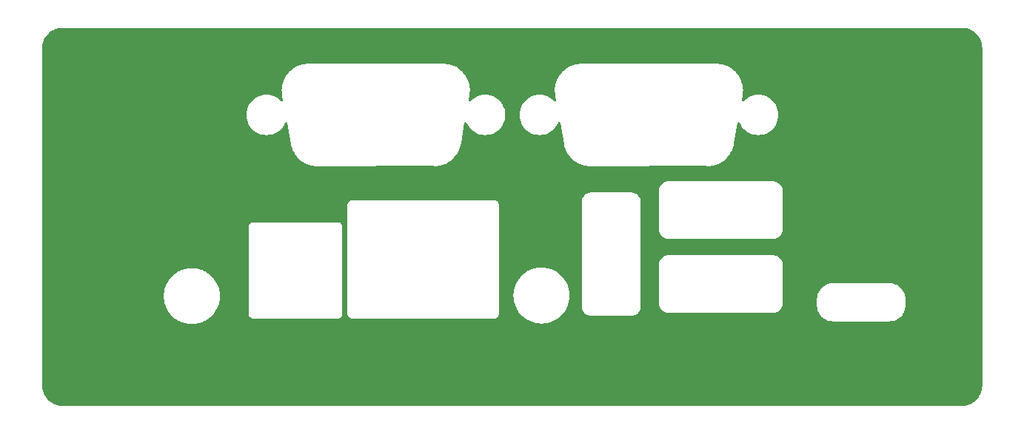
<source format=gbr>
%TF.GenerationSoftware,KiCad,Pcbnew,8.0.8*%
%TF.CreationDate,2025-02-26T19:39:55-05:00*%
%TF.ProjectId,MiniCamel_RearPlate,4d696e69-4361-46d6-956c-5f5265617250,rev?*%
%TF.SameCoordinates,Original*%
%TF.FileFunction,Copper,L2,Bot*%
%TF.FilePolarity,Positive*%
%FSLAX46Y46*%
G04 Gerber Fmt 4.6, Leading zero omitted, Abs format (unit mm)*
G04 Created by KiCad (PCBNEW 8.0.8) date 2025-02-26 19:39:55*
%MOMM*%
%LPD*%
G01*
G04 APERTURE LIST*
%TA.AperFunction,ComponentPad*%
%ADD10C,4.064000*%
%TD*%
G04 APERTURE END LIST*
D10*
%TO.P,REF\u002A\u002A,1*%
%TO.N,GND*%
X81310000Y-71791723D03*
%TO.P,REF\u002A\u002A,2*%
X182460000Y-71791723D03*
%TO.P,REF\u002A\u002A,3*%
X81310000Y-109010000D03*
%TO.P,REF\u002A\u002A,4*%
X182460000Y-109010000D03*
%TD*%
%TA.AperFunction,Conductor*%
%TO.N,GND*%
G36*
X183304558Y-68710725D02*
G01*
X183571615Y-68726882D01*
X183586480Y-68728687D01*
X183845951Y-68776238D01*
X183860484Y-68779821D01*
X184112328Y-68858300D01*
X184126327Y-68863610D01*
X184366871Y-68971872D01*
X184380128Y-68978829D01*
X184605882Y-69115303D01*
X184618193Y-69123801D01*
X184733486Y-69214127D01*
X184825851Y-69286490D01*
X184837059Y-69296420D01*
X185023579Y-69482940D01*
X185033509Y-69494148D01*
X185196194Y-69701800D01*
X185204700Y-69714123D01*
X185341169Y-69939870D01*
X185348127Y-69953128D01*
X185456389Y-70193672D01*
X185461699Y-70207673D01*
X185540177Y-70459512D01*
X185543761Y-70474051D01*
X185591312Y-70733520D01*
X185593117Y-70748384D01*
X185609274Y-71015441D01*
X185609500Y-71022929D01*
X185609500Y-109697070D01*
X185609274Y-109704558D01*
X185593117Y-109971615D01*
X185591312Y-109986479D01*
X185543761Y-110245948D01*
X185540177Y-110260487D01*
X185461699Y-110512326D01*
X185456389Y-110526327D01*
X185348127Y-110766871D01*
X185341169Y-110780129D01*
X185204700Y-111005876D01*
X185196194Y-111018199D01*
X185033509Y-111225851D01*
X185023579Y-111237059D01*
X184837059Y-111423579D01*
X184825851Y-111433509D01*
X184618199Y-111596194D01*
X184605876Y-111604700D01*
X184380129Y-111741169D01*
X184366871Y-111748127D01*
X184126327Y-111856389D01*
X184112326Y-111861699D01*
X183860487Y-111940177D01*
X183845948Y-111943761D01*
X183586479Y-111991312D01*
X183571615Y-111993117D01*
X183304559Y-112009274D01*
X183297071Y-112009500D01*
X80440655Y-112009500D01*
X80433168Y-112009274D01*
X80163971Y-111992990D01*
X80149107Y-111991185D01*
X79887532Y-111943251D01*
X79872993Y-111939667D01*
X79619116Y-111860556D01*
X79605115Y-111855247D01*
X79362608Y-111746104D01*
X79349349Y-111739145D01*
X79121773Y-111601570D01*
X79109450Y-111593064D01*
X78900113Y-111429059D01*
X78888905Y-111419129D01*
X78700870Y-111231094D01*
X78690940Y-111219886D01*
X78679627Y-111205446D01*
X78526931Y-111010543D01*
X78518433Y-110998232D01*
X78380851Y-110770644D01*
X78373899Y-110757398D01*
X78264750Y-110514880D01*
X78259443Y-110500883D01*
X78180329Y-110246995D01*
X78176750Y-110232477D01*
X78128813Y-109970888D01*
X78127009Y-109956028D01*
X78110726Y-109686832D01*
X78110500Y-109679345D01*
X78110500Y-99409470D01*
X92015422Y-99409470D01*
X92015422Y-99470529D01*
X92035107Y-99795970D01*
X92042465Y-99856560D01*
X92101239Y-100177284D01*
X92115849Y-100236554D01*
X92212842Y-100547813D01*
X92234486Y-100604886D01*
X92350510Y-100862682D01*
X92368304Y-100902217D01*
X92396666Y-100956257D01*
X92396677Y-100956277D01*
X92511445Y-101146125D01*
X92553756Y-101216117D01*
X92565341Y-101235280D01*
X92565346Y-101235289D01*
X92573242Y-101246728D01*
X92600023Y-101285526D01*
X92600027Y-101285531D01*
X92801093Y-101542175D01*
X92801094Y-101542176D01*
X92841569Y-101587862D01*
X92841603Y-101587898D01*
X93072101Y-101818396D01*
X93072137Y-101818430D01*
X93117823Y-101858905D01*
X93117824Y-101858906D01*
X93309915Y-102009398D01*
X93374474Y-102059977D01*
X93424710Y-102094653D01*
X93703732Y-102263328D01*
X93757783Y-102291696D01*
X94055103Y-102425509D01*
X94055110Y-102425511D01*
X94055113Y-102425513D01*
X94068848Y-102430721D01*
X94112179Y-102447155D01*
X94178146Y-102467711D01*
X94423445Y-102544150D01*
X94423455Y-102544152D01*
X94423460Y-102544154D01*
X94447255Y-102550019D01*
X94482715Y-102558760D01*
X94482722Y-102558761D01*
X94482729Y-102558763D01*
X94803432Y-102617534D01*
X94856455Y-102623972D01*
X94864029Y-102624892D01*
X94902172Y-102627199D01*
X95189479Y-102644578D01*
X95189492Y-102644578D01*
X95250508Y-102644578D01*
X95250521Y-102644578D01*
X95575970Y-102624892D01*
X95636568Y-102617534D01*
X95957271Y-102558763D01*
X95957280Y-102558760D01*
X95957284Y-102558760D01*
X95975779Y-102554201D01*
X96016540Y-102544154D01*
X96016548Y-102544151D01*
X96016554Y-102544150D01*
X96148474Y-102503041D01*
X96327821Y-102447155D01*
X96384897Y-102425509D01*
X96682217Y-102291696D01*
X96736268Y-102263328D01*
X97015290Y-102094653D01*
X97065526Y-102059977D01*
X97297804Y-101877999D01*
X97322175Y-101858906D01*
X97322176Y-101858905D01*
X97322182Y-101858900D01*
X97367873Y-101818421D01*
X97598421Y-101587873D01*
X97638900Y-101542182D01*
X97638905Y-101542176D01*
X97638906Y-101542175D01*
X97739699Y-101413521D01*
X97839977Y-101285526D01*
X97874653Y-101235290D01*
X98043328Y-100956268D01*
X98071696Y-100902217D01*
X98205509Y-100604897D01*
X98227155Y-100547821D01*
X98314815Y-100266510D01*
X98324150Y-100236554D01*
X98324151Y-100236548D01*
X98324154Y-100236540D01*
X98338763Y-100177271D01*
X98397534Y-99856568D01*
X98404892Y-99795970D01*
X98424578Y-99470521D01*
X98424578Y-99409479D01*
X98404892Y-99084030D01*
X98397534Y-99023432D01*
X98338763Y-98702729D01*
X98335145Y-98688052D01*
X98324150Y-98643445D01*
X98227157Y-98332186D01*
X98227155Y-98332179D01*
X98205509Y-98275103D01*
X98071696Y-97977783D01*
X98043328Y-97923732D01*
X97874653Y-97644710D01*
X97839977Y-97594474D01*
X97784594Y-97523783D01*
X97638906Y-97337824D01*
X97638905Y-97337823D01*
X97598430Y-97292137D01*
X97598396Y-97292101D01*
X97367898Y-97061603D01*
X97367862Y-97061569D01*
X97322176Y-97021094D01*
X97322175Y-97021093D01*
X97065531Y-96820027D01*
X97065526Y-96820023D01*
X97015290Y-96785347D01*
X97015289Y-96785346D01*
X97015280Y-96785341D01*
X96736277Y-96616677D01*
X96736271Y-96616674D01*
X96736268Y-96616672D01*
X96682217Y-96588304D01*
X96682215Y-96588303D01*
X96682211Y-96588301D01*
X96384886Y-96454486D01*
X96327813Y-96432842D01*
X96016554Y-96335849D01*
X95957284Y-96321239D01*
X95812745Y-96294751D01*
X95636568Y-96262466D01*
X95636560Y-96262465D01*
X95575970Y-96255107D01*
X95250529Y-96235422D01*
X95250521Y-96235422D01*
X95189479Y-96235422D01*
X95189470Y-96235422D01*
X94864029Y-96255107D01*
X94803439Y-96262465D01*
X94803436Y-96262465D01*
X94803432Y-96262466D01*
X94696531Y-96282056D01*
X94482715Y-96321239D01*
X94423445Y-96335849D01*
X94112186Y-96432842D01*
X94055113Y-96454486D01*
X93757788Y-96588301D01*
X93703722Y-96616677D01*
X93424719Y-96785341D01*
X93424710Y-96785346D01*
X93374468Y-96820027D01*
X93117824Y-97021093D01*
X93117823Y-97021094D01*
X93072137Y-97061569D01*
X93072101Y-97061603D01*
X92841603Y-97292101D01*
X92841569Y-97292137D01*
X92801094Y-97337823D01*
X92801093Y-97337824D01*
X92600027Y-97594468D01*
X92565346Y-97644710D01*
X92565341Y-97644719D01*
X92396677Y-97923722D01*
X92368301Y-97977788D01*
X92234486Y-98275113D01*
X92212842Y-98332186D01*
X92115849Y-98643445D01*
X92101239Y-98702715D01*
X92042465Y-99023439D01*
X92035107Y-99084029D01*
X92015422Y-99409470D01*
X78110500Y-99409470D01*
X78110500Y-91411608D01*
X101744782Y-91411608D01*
X101744782Y-101411608D01*
X101744782Y-101543392D01*
X101751751Y-101569400D01*
X101778890Y-101670687D01*
X101811836Y-101727750D01*
X101844782Y-101784814D01*
X101937968Y-101878000D01*
X102052096Y-101943892D01*
X102179390Y-101978000D01*
X102179392Y-101978000D01*
X112011172Y-101978000D01*
X112011174Y-101978000D01*
X112138468Y-101943892D01*
X112252596Y-101878000D01*
X112345782Y-101784814D01*
X112411674Y-101670686D01*
X112445782Y-101543392D01*
X112445782Y-91411608D01*
X112411674Y-91284314D01*
X112345782Y-91170186D01*
X112252596Y-91077000D01*
X112195532Y-91044054D01*
X112138469Y-91011108D01*
X112074821Y-90994054D01*
X112011174Y-90977000D01*
X102311174Y-90977000D01*
X102179390Y-90977000D01*
X102052094Y-91011108D01*
X101937968Y-91077000D01*
X101937965Y-91077002D01*
X101844784Y-91170183D01*
X101844782Y-91170186D01*
X101778890Y-91284312D01*
X101744782Y-91411608D01*
X78110500Y-91411608D01*
X78110500Y-88911608D01*
X113039500Y-88911608D01*
X113039500Y-101411608D01*
X113039500Y-101543392D01*
X113046469Y-101569400D01*
X113073608Y-101670687D01*
X113106554Y-101727750D01*
X113139500Y-101784814D01*
X113232686Y-101878000D01*
X113346814Y-101943892D01*
X113474108Y-101978000D01*
X113474110Y-101978000D01*
X129905890Y-101978000D01*
X129905892Y-101978000D01*
X130033186Y-101943892D01*
X130147314Y-101878000D01*
X130240500Y-101784814D01*
X130306392Y-101670686D01*
X130340500Y-101543392D01*
X130340500Y-99338779D01*
X132001518Y-99338779D01*
X132001518Y-99399838D01*
X132021203Y-99725279D01*
X132028561Y-99785869D01*
X132087335Y-100106593D01*
X132101945Y-100165863D01*
X132198938Y-100477122D01*
X132220582Y-100534195D01*
X132354397Y-100831520D01*
X132382773Y-100885586D01*
X132462095Y-101016800D01*
X132551443Y-101164599D01*
X132586119Y-101214835D01*
X132587137Y-101216134D01*
X132787189Y-101471484D01*
X132787190Y-101471485D01*
X132827665Y-101517171D01*
X132827699Y-101517207D01*
X133058197Y-101747705D01*
X133058233Y-101747739D01*
X133103919Y-101788214D01*
X133103920Y-101788215D01*
X133302629Y-101943892D01*
X133360570Y-101989286D01*
X133410806Y-102023962D01*
X133689828Y-102192637D01*
X133743879Y-102221005D01*
X134041199Y-102354818D01*
X134041206Y-102354820D01*
X134041209Y-102354822D01*
X134054944Y-102360030D01*
X134098275Y-102376464D01*
X134164242Y-102397020D01*
X134409541Y-102473459D01*
X134409551Y-102473461D01*
X134409556Y-102473463D01*
X134433351Y-102479328D01*
X134468811Y-102488069D01*
X134468818Y-102488070D01*
X134468825Y-102488072D01*
X134789528Y-102546843D01*
X134842551Y-102553281D01*
X134850125Y-102554201D01*
X134888268Y-102556508D01*
X135175575Y-102573887D01*
X135175588Y-102573887D01*
X135236604Y-102573887D01*
X135236617Y-102573887D01*
X135562066Y-102554201D01*
X135622664Y-102546843D01*
X135943367Y-102488072D01*
X135943376Y-102488069D01*
X135943380Y-102488069D01*
X135959451Y-102484107D01*
X136002636Y-102473463D01*
X136002644Y-102473460D01*
X136002650Y-102473459D01*
X136156526Y-102425509D01*
X136313917Y-102376464D01*
X136370993Y-102354818D01*
X136668313Y-102221005D01*
X136722364Y-102192637D01*
X137001386Y-102023962D01*
X137051622Y-101989286D01*
X137269704Y-101818430D01*
X137308271Y-101788215D01*
X137308272Y-101788214D01*
X137308278Y-101788209D01*
X137353969Y-101747730D01*
X137584517Y-101517182D01*
X137624996Y-101471491D01*
X137625001Y-101471485D01*
X137625002Y-101471484D01*
X137719785Y-101350502D01*
X137826073Y-101214835D01*
X137860749Y-101164599D01*
X138029424Y-100885577D01*
X138057792Y-100831526D01*
X138191605Y-100534206D01*
X138213251Y-100477130D01*
X138269137Y-100297783D01*
X138310246Y-100165863D01*
X138310247Y-100165857D01*
X138310250Y-100165849D01*
X138324859Y-100106580D01*
X138383630Y-99785877D01*
X138390988Y-99725279D01*
X138410674Y-99399830D01*
X138410674Y-99338788D01*
X138390988Y-99013339D01*
X138383630Y-98952741D01*
X138324859Y-98632038D01*
X138310250Y-98572769D01*
X138310248Y-98572764D01*
X138310246Y-98572754D01*
X138233807Y-98327455D01*
X138213251Y-98261488D01*
X138191605Y-98204412D01*
X138057792Y-97907092D01*
X138029424Y-97853041D01*
X137860749Y-97574019D01*
X137826073Y-97523783D01*
X137680384Y-97337824D01*
X137625002Y-97267133D01*
X137625001Y-97267132D01*
X137584526Y-97221446D01*
X137584492Y-97221410D01*
X137353994Y-96990912D01*
X137353958Y-96990878D01*
X137308272Y-96950403D01*
X137308271Y-96950402D01*
X137051627Y-96749336D01*
X137051622Y-96749332D01*
X137001386Y-96714656D01*
X137001385Y-96714655D01*
X137001376Y-96714650D01*
X136722373Y-96545986D01*
X136722367Y-96545983D01*
X136722364Y-96545981D01*
X136668313Y-96517613D01*
X136668311Y-96517612D01*
X136668307Y-96517610D01*
X136370982Y-96383795D01*
X136313909Y-96362151D01*
X136002650Y-96265158D01*
X135943380Y-96250548D01*
X135798841Y-96224060D01*
X135622664Y-96191775D01*
X135622656Y-96191774D01*
X135562066Y-96184416D01*
X135236625Y-96164731D01*
X135236617Y-96164731D01*
X135175575Y-96164731D01*
X135175566Y-96164731D01*
X134850125Y-96184416D01*
X134789535Y-96191774D01*
X134789532Y-96191774D01*
X134789528Y-96191775D01*
X134682627Y-96211365D01*
X134468811Y-96250548D01*
X134409541Y-96265158D01*
X134098282Y-96362151D01*
X134041209Y-96383795D01*
X133743884Y-96517610D01*
X133689818Y-96545986D01*
X133410815Y-96714650D01*
X133410806Y-96714655D01*
X133360564Y-96749336D01*
X133103920Y-96950402D01*
X133103919Y-96950403D01*
X133058233Y-96990878D01*
X133058197Y-96990912D01*
X132827699Y-97221410D01*
X132827665Y-97221446D01*
X132787190Y-97267132D01*
X132787189Y-97267133D01*
X132586123Y-97523777D01*
X132551442Y-97574019D01*
X132551437Y-97574028D01*
X132382773Y-97853031D01*
X132354397Y-97907097D01*
X132220582Y-98204422D01*
X132198938Y-98261495D01*
X132101945Y-98572754D01*
X132087335Y-98632024D01*
X132028561Y-98952748D01*
X132021203Y-99013338D01*
X132001518Y-99338779D01*
X130340500Y-99338779D01*
X130340500Y-88911608D01*
X130306392Y-88784314D01*
X130240500Y-88670186D01*
X130199798Y-88629484D01*
X139815483Y-88629484D01*
X139815483Y-100610516D01*
X139815705Y-100625498D01*
X139817882Y-100698801D01*
X139834882Y-100814622D01*
X139834882Y-100814626D01*
X139847757Y-100862675D01*
X139872830Y-100956253D01*
X139872831Y-100956254D01*
X139872834Y-100956264D01*
X139923330Y-101078171D01*
X139923332Y-101078175D01*
X139996642Y-101205151D01*
X139996645Y-101205155D01*
X139996649Y-101205161D01*
X140076975Y-101309842D01*
X140076983Y-101309851D01*
X140180641Y-101413509D01*
X140180649Y-101413516D01*
X140180650Y-101413517D01*
X140216820Y-101441271D01*
X140285330Y-101493842D01*
X140285333Y-101493844D01*
X140285341Y-101493850D01*
X140412317Y-101567160D01*
X140534237Y-101617661D01*
X140675860Y-101655608D01*
X140791686Y-101672609D01*
X140840558Y-101674060D01*
X140864993Y-101674786D01*
X140879976Y-101675009D01*
X140880000Y-101675009D01*
X145480024Y-101675009D01*
X145495006Y-101674786D01*
X145568296Y-101672610D01*
X145568302Y-101672609D01*
X145568314Y-101672609D01*
X145616965Y-101665467D01*
X145684133Y-101655609D01*
X145684137Y-101655607D01*
X145684143Y-101655607D01*
X145825766Y-101617659D01*
X145947680Y-101567161D01*
X146074656Y-101493852D01*
X146179352Y-101413516D01*
X146283027Y-101309840D01*
X146363357Y-101205151D01*
X146436667Y-101078176D01*
X146487169Y-100956254D01*
X146525116Y-100814630D01*
X146542117Y-100698805D01*
X146544294Y-100625496D01*
X146544517Y-100610491D01*
X146544517Y-100127177D01*
X148647079Y-100127177D01*
X148647079Y-100134750D01*
X148647079Y-100134752D01*
X148647081Y-100177271D01*
X148647082Y-100200645D01*
X148647082Y-100274338D01*
X148647102Y-100274654D01*
X148647103Y-100301238D01*
X148647104Y-100301250D01*
X148682047Y-100499380D01*
X148750859Y-100688432D01*
X148750867Y-100688449D01*
X148851457Y-100862671D01*
X148851464Y-100862682D01*
X148980784Y-101016800D01*
X148980788Y-101016803D01*
X149134911Y-101146131D01*
X149166897Y-101164599D01*
X149309143Y-101246729D01*
X149309146Y-101246730D01*
X149309149Y-101246732D01*
X149498209Y-101315550D01*
X149668276Y-101345544D01*
X149696340Y-101350494D01*
X149696344Y-101350495D01*
X149696346Y-101350495D01*
X149721784Y-101350495D01*
X149721834Y-101350500D01*
X149731076Y-101350500D01*
X149796942Y-101350500D01*
X149796944Y-101350500D01*
X149862835Y-101350503D01*
X149862839Y-101350501D01*
X149871074Y-101350502D01*
X149871119Y-101350500D01*
X161592316Y-101350500D01*
X161592320Y-101350501D01*
X161658212Y-101350500D01*
X161724099Y-101350500D01*
X161732299Y-101350500D01*
X161732582Y-101350481D01*
X161758810Y-101350481D01*
X161758812Y-101350481D01*
X161956954Y-101315541D01*
X162146019Y-101246727D01*
X162320263Y-101146127D01*
X162474391Y-101016799D01*
X162603720Y-100862673D01*
X162704321Y-100688430D01*
X162773138Y-100499366D01*
X162808080Y-100301224D01*
X162808080Y-100280952D01*
X162808082Y-100280935D01*
X162808082Y-100200604D01*
X162808084Y-100127147D01*
X162808082Y-100127115D01*
X162808082Y-99780069D01*
X166713946Y-99780069D01*
X166713946Y-100480069D01*
X166714066Y-100491083D01*
X166716280Y-100592704D01*
X166716597Y-100607226D01*
X166724156Y-100683985D01*
X166764489Y-100912724D01*
X166764493Y-100912742D01*
X166787293Y-100997837D01*
X166787296Y-100997847D01*
X166787297Y-100997848D01*
X166866741Y-101216117D01*
X166866744Y-101216124D01*
X166866745Y-101216126D01*
X166866748Y-101216134D01*
X166903974Y-101295964D01*
X166903982Y-101295980D01*
X167020114Y-101497128D01*
X167020178Y-101497219D01*
X167069150Y-101567160D01*
X167070661Y-101569317D01*
X167070663Y-101569320D01*
X167143068Y-101655608D01*
X167219963Y-101747247D01*
X167282268Y-101809552D01*
X167341084Y-101858905D01*
X167460194Y-101958851D01*
X167460198Y-101958853D01*
X167460202Y-101958857D01*
X167532383Y-102009398D01*
X167532386Y-102009400D01*
X167532385Y-102009400D01*
X167680058Y-102094658D01*
X167733541Y-102125536D01*
X167760160Y-102137948D01*
X167813380Y-102162766D01*
X167813384Y-102162767D01*
X167813398Y-102162774D01*
X168031667Y-102242218D01*
X168031673Y-102242219D01*
X168031677Y-102242221D01*
X168061682Y-102250260D01*
X168116781Y-102265024D01*
X168345529Y-102305358D01*
X168422293Y-102312918D01*
X168538432Y-102315449D01*
X168549446Y-102315569D01*
X168549484Y-102315569D01*
X174999399Y-102315569D01*
X174999446Y-102315569D01*
X175009815Y-102315463D01*
X175125967Y-102313080D01*
X175203375Y-102305507D01*
X175203385Y-102305505D01*
X175203387Y-102305505D01*
X175233537Y-102300188D01*
X175432149Y-102265169D01*
X175517262Y-102242363D01*
X175735556Y-102162911D01*
X175735561Y-102162909D01*
X175762175Y-102150498D01*
X175815415Y-102125672D01*
X176016595Y-102009521D01*
X176088775Y-101958980D01*
X176266730Y-101809658D01*
X176329036Y-101747353D01*
X176478358Y-101569399D01*
X176528899Y-101497219D01*
X176645051Y-101296038D01*
X176682289Y-101216181D01*
X176761742Y-100997888D01*
X176784548Y-100912774D01*
X176824887Y-100684000D01*
X176832461Y-100606572D01*
X176834840Y-100490420D01*
X176834946Y-100480069D01*
X176834946Y-99777379D01*
X176834840Y-99767010D01*
X176832457Y-99650859D01*
X176824883Y-99573449D01*
X176784544Y-99344675D01*
X176762472Y-99262300D01*
X176761741Y-99259571D01*
X176761739Y-99259567D01*
X176761738Y-99259561D01*
X176682285Y-99041268D01*
X176669261Y-99013339D01*
X176645051Y-98961420D01*
X176645043Y-98961404D01*
X176530499Y-98763009D01*
X176528896Y-98760232D01*
X176528888Y-98760221D01*
X176528884Y-98760214D01*
X176478354Y-98688050D01*
X176329046Y-98510113D01*
X176329041Y-98510107D01*
X176329033Y-98510098D01*
X176266727Y-98447792D01*
X176088779Y-98298476D01*
X176088778Y-98298474D01*
X176016590Y-98247929D01*
X176016578Y-98247921D01*
X175815425Y-98131786D01*
X175815416Y-98131782D01*
X175815413Y-98131780D01*
X175735555Y-98094541D01*
X175517262Y-98015089D01*
X175517261Y-98015088D01*
X175517251Y-98015085D01*
X175432156Y-97992285D01*
X175432153Y-97992284D01*
X175432148Y-97992283D01*
X175422325Y-97990551D01*
X175203387Y-97951946D01*
X175125976Y-97944372D01*
X175009847Y-97941986D01*
X175006219Y-97941949D01*
X174999235Y-97941879D01*
X174999207Y-97941879D01*
X174999206Y-97941879D01*
X168549205Y-97944568D01*
X168538504Y-97944687D01*
X168422287Y-97947220D01*
X168345529Y-97954779D01*
X168116790Y-97995112D01*
X168116772Y-97995116D01*
X168031677Y-98017916D01*
X167922532Y-98057642D01*
X167813398Y-98097364D01*
X167813394Y-98097365D01*
X167813388Y-98097368D01*
X167813380Y-98097371D01*
X167733550Y-98134597D01*
X167733534Y-98134605D01*
X167532386Y-98250737D01*
X167460197Y-98301284D01*
X167460194Y-98301286D01*
X167282265Y-98450588D01*
X167219965Y-98512888D01*
X167070663Y-98690817D01*
X167070661Y-98690820D01*
X167020114Y-98763009D01*
X166903982Y-98964157D01*
X166903974Y-98964173D01*
X166866748Y-99044003D01*
X166866745Y-99044011D01*
X166787293Y-99262300D01*
X166764493Y-99347395D01*
X166764489Y-99347413D01*
X166724156Y-99576152D01*
X166716799Y-99650860D01*
X166716597Y-99652916D01*
X166714066Y-99769055D01*
X166713946Y-99780069D01*
X162808082Y-99780069D01*
X162808082Y-95973532D01*
X162808084Y-95973487D01*
X162808084Y-95965251D01*
X162808085Y-95965248D01*
X162808084Y-95950735D01*
X162808101Y-95950675D01*
X162808099Y-95899356D01*
X162808100Y-95899356D01*
X162808096Y-95798755D01*
X162801663Y-95762277D01*
X162773152Y-95600614D01*
X162773151Y-95600610D01*
X162704329Y-95411544D01*
X162603723Y-95237301D01*
X162474389Y-95083174D01*
X162460585Y-95071591D01*
X162320256Y-94953846D01*
X162320253Y-94953844D01*
X162146013Y-94853251D01*
X162146003Y-94853246D01*
X161956942Y-94784436D01*
X161758798Y-94749500D01*
X161758794Y-94749500D01*
X161724088Y-94749500D01*
X149830841Y-94749500D01*
X149830748Y-94749494D01*
X149808301Y-94749495D01*
X149808246Y-94749479D01*
X149659827Y-94749487D01*
X149659825Y-94749487D01*
X149506910Y-94776460D01*
X149468576Y-94783222D01*
X149468575Y-94783222D01*
X149468571Y-94783223D01*
X149286092Y-94849650D01*
X149286086Y-94849653D01*
X149117915Y-94946755D01*
X148969151Y-95071591D01*
X148844329Y-95220354D01*
X148747230Y-95388535D01*
X148680807Y-95571028D01*
X148680806Y-95571033D01*
X148647083Y-95762274D01*
X148647082Y-95762277D01*
X148647082Y-95859378D01*
X148647080Y-95933890D01*
X148647082Y-95933919D01*
X148647082Y-100127127D01*
X148647079Y-100127177D01*
X146544517Y-100127177D01*
X146544517Y-91667177D01*
X148637074Y-91667177D01*
X148637077Y-91740645D01*
X148637077Y-91814299D01*
X148637102Y-91814693D01*
X148637103Y-91841237D01*
X148637103Y-91841238D01*
X148672047Y-92039384D01*
X148740862Y-92228437D01*
X148841461Y-92402678D01*
X148970778Y-92556793D01*
X148970782Y-92556796D01*
X148970785Y-92556800D01*
X149124907Y-92686128D01*
X149299143Y-92786729D01*
X149488201Y-92855548D01*
X149686337Y-92890494D01*
X149712958Y-92890495D01*
X149713019Y-92890500D01*
X149721071Y-92890500D01*
X149786933Y-92890500D01*
X149786936Y-92890500D01*
X149852827Y-92890504D01*
X149852831Y-92890502D01*
X149860879Y-92890503D01*
X149860942Y-92890500D01*
X161722179Y-92890500D01*
X161722539Y-92890476D01*
X161748799Y-92890476D01*
X161748803Y-92890476D01*
X161946946Y-92855539D01*
X162136011Y-92786725D01*
X162310255Y-92686126D01*
X162464384Y-92556799D01*
X162593714Y-92402673D01*
X162694316Y-92228431D01*
X162694316Y-92228428D01*
X162694319Y-92228425D01*
X162763126Y-92039384D01*
X162763133Y-92039366D01*
X162798075Y-91841224D01*
X162798075Y-91820952D01*
X162798077Y-91820935D01*
X162798077Y-91740604D01*
X162798079Y-91667147D01*
X162798077Y-91667115D01*
X162798077Y-87513532D01*
X162798079Y-87513487D01*
X162798079Y-87505251D01*
X162798080Y-87505248D01*
X162798079Y-87490740D01*
X162798101Y-87490663D01*
X162798099Y-87439356D01*
X162798100Y-87439356D01*
X162798096Y-87338754D01*
X162763150Y-87140609D01*
X162694328Y-86951542D01*
X162593722Y-86777298D01*
X162551623Y-86727130D01*
X162464387Y-86623171D01*
X162369027Y-86543159D01*
X162310253Y-86493844D01*
X162136003Y-86393246D01*
X162136001Y-86393245D01*
X162135999Y-86393244D01*
X161946930Y-86324433D01*
X161748786Y-86289499D01*
X161648184Y-86289500D01*
X149820832Y-86289500D01*
X149820739Y-86289494D01*
X149798297Y-86289495D01*
X149798222Y-86289473D01*
X149649818Y-86289483D01*
X149649817Y-86289483D01*
X149530221Y-86310579D01*
X149458567Y-86323219D01*
X149458565Y-86323219D01*
X149458563Y-86323220D01*
X149276083Y-86389648D01*
X149107907Y-86486755D01*
X149107905Y-86486756D01*
X148959149Y-86611587D01*
X148959145Y-86611590D01*
X148834320Y-86760357D01*
X148737224Y-86928538D01*
X148670802Y-87111030D01*
X148637078Y-87302274D01*
X148637077Y-87302277D01*
X148637077Y-87399378D01*
X148637075Y-87473890D01*
X148637077Y-87473919D01*
X148637077Y-91667127D01*
X148637074Y-91667177D01*
X146544517Y-91667177D01*
X146544517Y-88629509D01*
X146544291Y-88614401D01*
X146542099Y-88541092D01*
X146525104Y-88425381D01*
X146487161Y-88283759D01*
X146436663Y-88161837D01*
X146363357Y-88034861D01*
X146363354Y-88034858D01*
X146363353Y-88034855D01*
X146283028Y-87930169D01*
X146283018Y-87930158D01*
X146179354Y-87826492D01*
X146179345Y-87826484D01*
X146074661Y-87746156D01*
X146074655Y-87746152D01*
X146025396Y-87717711D01*
X145947685Y-87672844D01*
X145825765Y-87622342D01*
X145825763Y-87622341D01*
X145825762Y-87622341D01*
X145684134Y-87584391D01*
X145684135Y-87584391D01*
X145568325Y-87567393D01*
X145568296Y-87567390D01*
X145495006Y-87565214D01*
X145480024Y-87564992D01*
X145480000Y-87564992D01*
X140880000Y-87564992D01*
X140879976Y-87564992D01*
X140864993Y-87565214D01*
X140791690Y-87567391D01*
X140675869Y-87584391D01*
X140675865Y-87584391D01*
X140534237Y-87622340D01*
X140534227Y-87622343D01*
X140412320Y-87672839D01*
X140412316Y-87672841D01*
X140285341Y-87746151D01*
X140285330Y-87746158D01*
X140180649Y-87826484D01*
X140076975Y-87930158D01*
X139996649Y-88034839D01*
X139996642Y-88034850D01*
X139923332Y-88161825D01*
X139923330Y-88161829D01*
X139872834Y-88283736D01*
X139872831Y-88283746D01*
X139834882Y-88425374D01*
X139834882Y-88425378D01*
X139817882Y-88541199D01*
X139815705Y-88614502D01*
X139815483Y-88629484D01*
X130199798Y-88629484D01*
X130147314Y-88577000D01*
X130085111Y-88541087D01*
X130033187Y-88511108D01*
X129969539Y-88494054D01*
X129905892Y-88477000D01*
X113605892Y-88477000D01*
X113474108Y-88477000D01*
X113346812Y-88511108D01*
X113232686Y-88577000D01*
X113232683Y-88577002D01*
X113139502Y-88670183D01*
X113139500Y-88670186D01*
X113073608Y-88784312D01*
X113039500Y-88911608D01*
X78110500Y-88911608D01*
X78110500Y-78682010D01*
X101461064Y-78682010D01*
X101480787Y-78982928D01*
X101480788Y-78982940D01*
X101539618Y-79278693D01*
X101539622Y-79278708D01*
X101636553Y-79564257D01*
X101636562Y-79564278D01*
X101769931Y-79834723D01*
X101769935Y-79834730D01*
X101937473Y-80085469D01*
X102136310Y-80312199D01*
X102363040Y-80511036D01*
X102613779Y-80678574D01*
X102613786Y-80678578D01*
X102884231Y-80811947D01*
X102884236Y-80811949D01*
X102884248Y-80811955D01*
X103169809Y-80908890D01*
X103369751Y-80948661D01*
X103465569Y-80967721D01*
X103465570Y-80967721D01*
X103465580Y-80967723D01*
X103766500Y-80987446D01*
X104067420Y-80967723D01*
X104363191Y-80908890D01*
X104648752Y-80811955D01*
X104919218Y-80678576D01*
X105169961Y-80511035D01*
X105396689Y-80312199D01*
X105595525Y-80085471D01*
X105763066Y-79834728D01*
X105894363Y-79568481D01*
X105941668Y-79517063D01*
X106009263Y-79499381D01*
X106075687Y-79521051D01*
X106119852Y-79575192D01*
X106127656Y-79601594D01*
X106559901Y-82029716D01*
X106560409Y-82032796D01*
X106566528Y-82073011D01*
X106570639Y-82100036D01*
X106571669Y-82106802D01*
X106573080Y-82125454D01*
X106573080Y-82142363D01*
X106574140Y-82150418D01*
X106573594Y-82150489D01*
X106573624Y-82150689D01*
X106574167Y-82150600D01*
X106576166Y-82162721D01*
X106576538Y-82166063D01*
X106577271Y-82169891D01*
X106581349Y-82182192D01*
X106586235Y-82202551D01*
X106588184Y-82215360D01*
X106588184Y-82215361D01*
X106595900Y-82232981D01*
X106602087Y-82250623D01*
X106607186Y-82269654D01*
X106610295Y-82277157D01*
X106609783Y-82277369D01*
X106615462Y-82290475D01*
X106712635Y-82611020D01*
X106714724Y-82618818D01*
X106724328Y-82659979D01*
X106727192Y-82667585D01*
X106727165Y-82667595D01*
X106732637Y-82680804D01*
X106732805Y-82681145D01*
X106733073Y-82681791D01*
X106736149Y-82688584D01*
X106736151Y-82688589D01*
X106736153Y-82688593D01*
X106736154Y-82688594D01*
X106758862Y-82725128D01*
X106762899Y-82732120D01*
X106954684Y-83090817D01*
X106959940Y-83104109D01*
X106960448Y-83103899D01*
X106963559Y-83111408D01*
X106982107Y-83143534D01*
X106987664Y-83154354D01*
X107002254Y-83186558D01*
X107004906Y-83189790D01*
X107018393Y-83209972D01*
X107019646Y-83212316D01*
X107019648Y-83212318D01*
X107020156Y-83213268D01*
X107021053Y-83214692D01*
X107026202Y-83221709D01*
X107029154Y-83225148D01*
X107029450Y-83225534D01*
X107051823Y-83247907D01*
X107059999Y-83256928D01*
X107262034Y-83503133D01*
X107316057Y-83568966D01*
X107324310Y-83581635D01*
X107324526Y-83581488D01*
X107329101Y-83588197D01*
X107329106Y-83588203D01*
X107329108Y-83588206D01*
X107340608Y-83601072D01*
X107351619Y-83615365D01*
X107351635Y-83615388D01*
X107363285Y-83633032D01*
X107368606Y-83639167D01*
X107368506Y-83639253D01*
X107372008Y-83643138D01*
X107372192Y-83642967D01*
X107377744Y-83648894D01*
X107377746Y-83648896D01*
X107377748Y-83648898D01*
X107380244Y-83650946D01*
X107397438Y-83668139D01*
X107399542Y-83670703D01*
X107399544Y-83670705D01*
X107405474Y-83676259D01*
X107405413Y-83676323D01*
X107411541Y-83681825D01*
X107416929Y-83686461D01*
X107416931Y-83686462D01*
X107434600Y-83698028D01*
X107448950Y-83708994D01*
X107461884Y-83720463D01*
X107468618Y-83725016D01*
X107468384Y-83725361D01*
X107480513Y-83733226D01*
X107789610Y-83986872D01*
X107797749Y-83994176D01*
X107797759Y-83994185D01*
X107814370Y-84010472D01*
X107815144Y-84011238D01*
X107822906Y-84019000D01*
X107822908Y-84019001D01*
X107824285Y-84020378D01*
X107825091Y-84020984D01*
X107825093Y-84020986D01*
X107825095Y-84020987D01*
X107828490Y-84023540D01*
X107831129Y-84025223D01*
X107836127Y-84028805D01*
X107836131Y-84028809D01*
X107836135Y-84028811D01*
X107838523Y-84030088D01*
X107858722Y-84043584D01*
X107861892Y-84046186D01*
X107893978Y-84060721D01*
X107904800Y-84066281D01*
X107937033Y-84084892D01*
X107944549Y-84088004D01*
X107944336Y-84088516D01*
X107957634Y-84093770D01*
X108316347Y-84285554D01*
X108323356Y-84289601D01*
X108359807Y-84312265D01*
X108366820Y-84315441D01*
X108367184Y-84315592D01*
X108367407Y-84315702D01*
X108367408Y-84315702D01*
X108374932Y-84318821D01*
X108374934Y-84318822D01*
X108374935Y-84318822D01*
X108380852Y-84321275D01*
X108380862Y-84321250D01*
X108388466Y-84324113D01*
X108388468Y-84324114D01*
X108429638Y-84333717D01*
X108437444Y-84335809D01*
X108827287Y-84454038D01*
X108840410Y-84459728D01*
X108840621Y-84459220D01*
X108848127Y-84462328D01*
X108848134Y-84462332D01*
X108851658Y-84463276D01*
X108875463Y-84472364D01*
X108876570Y-84472923D01*
X108893972Y-84476555D01*
X108912269Y-84481870D01*
X108923844Y-84486221D01*
X108928913Y-84488127D01*
X108932651Y-84488493D01*
X108956547Y-84493240D01*
X108959120Y-84494021D01*
X108959121Y-84494021D01*
X108959128Y-84494023D01*
X108967145Y-84495346D01*
X108967054Y-84495894D01*
X108967292Y-84495929D01*
X108967365Y-84495378D01*
X108975426Y-84496439D01*
X108975428Y-84496440D01*
X108976416Y-84496440D01*
X109001748Y-84499055D01*
X109005574Y-84499854D01*
X109023327Y-84498858D01*
X109042368Y-84499254D01*
X109414835Y-84535790D01*
X109428873Y-84538837D01*
X109428992Y-84538248D01*
X109436957Y-84539852D01*
X109436959Y-84539853D01*
X109441675Y-84540173D01*
X109465361Y-84544112D01*
X109469458Y-84545210D01*
X109469461Y-84545210D01*
X109470152Y-84545395D01*
X109471176Y-84545529D01*
X109471178Y-84545528D01*
X109471182Y-84545530D01*
X109507613Y-84545496D01*
X109519808Y-84546087D01*
X109552068Y-84549252D01*
X109552075Y-84549250D01*
X109560194Y-84548982D01*
X109560219Y-84549742D01*
X109560351Y-84549735D01*
X109560324Y-84549298D01*
X109568433Y-84548785D01*
X109568434Y-84548784D01*
X109568440Y-84548785D01*
X109573756Y-84547740D01*
X109597543Y-84545415D01*
X122871681Y-84533379D01*
X122897851Y-84536149D01*
X122902926Y-84537239D01*
X122902933Y-84537242D01*
X122902939Y-84537242D01*
X122904808Y-84537644D01*
X122913849Y-84538881D01*
X122917726Y-84539631D01*
X122917673Y-84539899D01*
X122932776Y-84542501D01*
X122933849Y-84542812D01*
X122933852Y-84542812D01*
X122941889Y-84544031D01*
X122941838Y-84544364D01*
X122944863Y-84544763D01*
X122944894Y-84544493D01*
X122952965Y-84545394D01*
X122952972Y-84545396D01*
X122961916Y-84545220D01*
X122984553Y-84546853D01*
X122992990Y-84548247D01*
X123002569Y-84547303D01*
X123024728Y-84547113D01*
X123034286Y-84547888D01*
X123037351Y-84547327D01*
X123062099Y-84545327D01*
X123065608Y-84545396D01*
X123065617Y-84545393D01*
X123073682Y-84544493D01*
X123073712Y-84544763D01*
X123076743Y-84544364D01*
X123076693Y-84544031D01*
X123084724Y-84542813D01*
X123084727Y-84542812D01*
X123084732Y-84542812D01*
X123092641Y-84540525D01*
X123114916Y-84536245D01*
X123489415Y-84499385D01*
X123508972Y-84499013D01*
X123525386Y-84499999D01*
X123529179Y-84499222D01*
X123530479Y-84498957D01*
X123555336Y-84496440D01*
X123557530Y-84496440D01*
X123557532Y-84496440D01*
X123557533Y-84496439D01*
X123565592Y-84495378D01*
X123565664Y-84495930D01*
X123565906Y-84495895D01*
X123565816Y-84495345D01*
X123573836Y-84494021D01*
X123573840Y-84494021D01*
X123574300Y-84493881D01*
X123576515Y-84493210D01*
X123600368Y-84488465D01*
X123604200Y-84488089D01*
X123619573Y-84482303D01*
X123638395Y-84476872D01*
X123654495Y-84473579D01*
X123656705Y-84472473D01*
X123680075Y-84463604D01*
X123684826Y-84462332D01*
X123684830Y-84462329D01*
X123684832Y-84462329D01*
X123692336Y-84459221D01*
X123692546Y-84459730D01*
X123705671Y-84454038D01*
X124094761Y-84336038D01*
X124102523Y-84333956D01*
X124144859Y-84324070D01*
X124144859Y-84324069D01*
X124144862Y-84324069D01*
X124150486Y-84321949D01*
X124151835Y-84321389D01*
X124152840Y-84321048D01*
X124160052Y-84318063D01*
X124160056Y-84318062D01*
X124160059Y-84318059D01*
X124165776Y-84315694D01*
X124165743Y-84315621D01*
X124173148Y-84312265D01*
X124173152Y-84312265D01*
X124193401Y-84299674D01*
X124208108Y-84290531D01*
X124215090Y-84286498D01*
X124216855Y-84285554D01*
X124573557Y-84094730D01*
X124585345Y-84089201D01*
X124592860Y-84086145D01*
X124592863Y-84086145D01*
X124627096Y-84066677D01*
X124637206Y-84061526D01*
X124671068Y-84046186D01*
X124674317Y-84043519D01*
X124694498Y-84030032D01*
X124696921Y-84028736D01*
X124696927Y-84028729D01*
X124701739Y-84025280D01*
X124704475Y-84023534D01*
X124707857Y-84020991D01*
X124707867Y-84020986D01*
X124735208Y-83994176D01*
X124743347Y-83986872D01*
X125052451Y-83733223D01*
X125064576Y-83725360D01*
X125064344Y-83725016D01*
X125071072Y-83720466D01*
X125071074Y-83720463D01*
X125071076Y-83720463D01*
X125084005Y-83708997D01*
X125098366Y-83698022D01*
X125116028Y-83686462D01*
X125116033Y-83686455D01*
X125121467Y-83681780D01*
X125127541Y-83676327D01*
X125127481Y-83676263D01*
X125133410Y-83670707D01*
X125133418Y-83670702D01*
X125135512Y-83668149D01*
X125152710Y-83650951D01*
X125155213Y-83648898D01*
X125155215Y-83648894D01*
X125160769Y-83642966D01*
X125160953Y-83643139D01*
X125164447Y-83639263D01*
X125164346Y-83639175D01*
X125169672Y-83633032D01*
X125169677Y-83633028D01*
X125181330Y-83615377D01*
X125192354Y-83601069D01*
X125203852Y-83588207D01*
X125203853Y-83588203D01*
X125208432Y-83581491D01*
X125208648Y-83581638D01*
X125216901Y-83568966D01*
X125472962Y-83256924D01*
X125481132Y-83247911D01*
X125481136Y-83247907D01*
X125503510Y-83225534D01*
X125503517Y-83225521D01*
X125503782Y-83225178D01*
X125506738Y-83221733D01*
X125508990Y-83218663D01*
X125508996Y-83218658D01*
X125508999Y-83218651D01*
X125511937Y-83214649D01*
X125512798Y-83213282D01*
X125513316Y-83212311D01*
X125513319Y-83212309D01*
X125514560Y-83209987D01*
X125528064Y-83189776D01*
X125530706Y-83186558D01*
X125545307Y-83154327D01*
X125550852Y-83143534D01*
X125569402Y-83111406D01*
X125569403Y-83111399D01*
X125572513Y-83103894D01*
X125573023Y-83104105D01*
X125578276Y-83090811D01*
X125769977Y-82732253D01*
X125774003Y-82725281D01*
X125796786Y-82688640D01*
X125796787Y-82688635D01*
X125796789Y-82688633D01*
X125799540Y-82682560D01*
X125799668Y-82682258D01*
X125799735Y-82682121D01*
X125800272Y-82680828D01*
X125800568Y-82680122D01*
X125804795Y-82670096D01*
X125805137Y-82669099D01*
X125805730Y-82667672D01*
X125806240Y-82667884D01*
X125806283Y-82667776D01*
X125805760Y-82667580D01*
X125808623Y-82659975D01*
X125813196Y-82640375D01*
X125818184Y-82618986D01*
X125820279Y-82611172D01*
X125820325Y-82611020D01*
X125938560Y-82221148D01*
X125944250Y-82208033D01*
X125943739Y-82207822D01*
X125946850Y-82200309D01*
X125946849Y-82200309D01*
X125946852Y-82200306D01*
X125956675Y-82163640D01*
X125960362Y-82152151D01*
X125972672Y-82119378D01*
X125972672Y-82119372D01*
X125974513Y-82111458D01*
X125974782Y-82111520D01*
X125975513Y-82108073D01*
X125975241Y-82108021D01*
X125976768Y-82100040D01*
X125976770Y-82100036D01*
X125976770Y-82100031D01*
X125977601Y-82095691D01*
X125977834Y-82093605D01*
X125979868Y-82081285D01*
X125980418Y-82081375D01*
X125980452Y-82081148D01*
X125979898Y-82081076D01*
X125980960Y-82073011D01*
X125980960Y-82040665D01*
X125981548Y-82028605D01*
X125982110Y-82022854D01*
X125983385Y-82013498D01*
X125997456Y-81933255D01*
X126405986Y-79603428D01*
X126436954Y-79540796D01*
X126496867Y-79504849D01*
X126566703Y-79506999D01*
X126624291Y-79546565D01*
X126639335Y-79570001D01*
X126769881Y-79834723D01*
X126769885Y-79834730D01*
X126937423Y-80085469D01*
X127136260Y-80312199D01*
X127362990Y-80511036D01*
X127613729Y-80678574D01*
X127613736Y-80678578D01*
X127884181Y-80811947D01*
X127884186Y-80811949D01*
X127884198Y-80811955D01*
X128169759Y-80908890D01*
X128369701Y-80948661D01*
X128465519Y-80967721D01*
X128465520Y-80967721D01*
X128465530Y-80967723D01*
X128766450Y-80987446D01*
X129067370Y-80967723D01*
X129363141Y-80908890D01*
X129648702Y-80811955D01*
X129919168Y-80678576D01*
X130169911Y-80511035D01*
X130396639Y-80312199D01*
X130595475Y-80085471D01*
X130763016Y-79834728D01*
X130896395Y-79564262D01*
X130993330Y-79278701D01*
X131052163Y-78982930D01*
X131071886Y-78682010D01*
X132689064Y-78682010D01*
X132708787Y-78982928D01*
X132708788Y-78982940D01*
X132767618Y-79278693D01*
X132767622Y-79278708D01*
X132864553Y-79564257D01*
X132864562Y-79564278D01*
X132997931Y-79834723D01*
X132997935Y-79834730D01*
X133165473Y-80085469D01*
X133364310Y-80312199D01*
X133591040Y-80511036D01*
X133841779Y-80678574D01*
X133841786Y-80678578D01*
X134112231Y-80811947D01*
X134112236Y-80811949D01*
X134112248Y-80811955D01*
X134397809Y-80908890D01*
X134597751Y-80948661D01*
X134693569Y-80967721D01*
X134693570Y-80967721D01*
X134693580Y-80967723D01*
X134994500Y-80987446D01*
X135295420Y-80967723D01*
X135591191Y-80908890D01*
X135876752Y-80811955D01*
X136147218Y-80678576D01*
X136397961Y-80511035D01*
X136624689Y-80312199D01*
X136823525Y-80085471D01*
X136991066Y-79834728D01*
X137122363Y-79568481D01*
X137169668Y-79517063D01*
X137237263Y-79499381D01*
X137303687Y-79521051D01*
X137347852Y-79575192D01*
X137355656Y-79601594D01*
X137787901Y-82029716D01*
X137788409Y-82032796D01*
X137794528Y-82073011D01*
X137798639Y-82100036D01*
X137799669Y-82106802D01*
X137801080Y-82125454D01*
X137801080Y-82142363D01*
X137802140Y-82150418D01*
X137801594Y-82150489D01*
X137801624Y-82150689D01*
X137802167Y-82150600D01*
X137804166Y-82162721D01*
X137804538Y-82166063D01*
X137805271Y-82169891D01*
X137809349Y-82182192D01*
X137814235Y-82202551D01*
X137816184Y-82215360D01*
X137816184Y-82215361D01*
X137823900Y-82232981D01*
X137830087Y-82250623D01*
X137835186Y-82269654D01*
X137838295Y-82277157D01*
X137837783Y-82277369D01*
X137843462Y-82290475D01*
X137940635Y-82611020D01*
X137942724Y-82618818D01*
X137952328Y-82659979D01*
X137955192Y-82667585D01*
X137955165Y-82667595D01*
X137960637Y-82680804D01*
X137960805Y-82681145D01*
X137961073Y-82681791D01*
X137964149Y-82688584D01*
X137964151Y-82688589D01*
X137964153Y-82688593D01*
X137964154Y-82688594D01*
X137986862Y-82725128D01*
X137990899Y-82732120D01*
X138182684Y-83090817D01*
X138187940Y-83104109D01*
X138188448Y-83103899D01*
X138191559Y-83111408D01*
X138210107Y-83143534D01*
X138215664Y-83154354D01*
X138230254Y-83186558D01*
X138232906Y-83189790D01*
X138246393Y-83209972D01*
X138247646Y-83212316D01*
X138247648Y-83212318D01*
X138248156Y-83213268D01*
X138249053Y-83214692D01*
X138254202Y-83221709D01*
X138257154Y-83225148D01*
X138257450Y-83225534D01*
X138279823Y-83247907D01*
X138287999Y-83256928D01*
X138490034Y-83503133D01*
X138544057Y-83568966D01*
X138552310Y-83581635D01*
X138552526Y-83581488D01*
X138557101Y-83588197D01*
X138557106Y-83588203D01*
X138557108Y-83588206D01*
X138568608Y-83601072D01*
X138579619Y-83615365D01*
X138579635Y-83615388D01*
X138591285Y-83633032D01*
X138596606Y-83639167D01*
X138596506Y-83639253D01*
X138600008Y-83643138D01*
X138600192Y-83642967D01*
X138605744Y-83648894D01*
X138605746Y-83648896D01*
X138605748Y-83648898D01*
X138608244Y-83650946D01*
X138625438Y-83668139D01*
X138627542Y-83670703D01*
X138627544Y-83670705D01*
X138633474Y-83676259D01*
X138633413Y-83676323D01*
X138639541Y-83681825D01*
X138644929Y-83686461D01*
X138644931Y-83686462D01*
X138662600Y-83698028D01*
X138676950Y-83708994D01*
X138689884Y-83720463D01*
X138696618Y-83725016D01*
X138696384Y-83725361D01*
X138708513Y-83733226D01*
X139017610Y-83986872D01*
X139025749Y-83994176D01*
X139025759Y-83994185D01*
X139042370Y-84010472D01*
X139043144Y-84011238D01*
X139050906Y-84019000D01*
X139050908Y-84019001D01*
X139052285Y-84020378D01*
X139053091Y-84020984D01*
X139053093Y-84020986D01*
X139053095Y-84020987D01*
X139056490Y-84023540D01*
X139059129Y-84025223D01*
X139064127Y-84028805D01*
X139064131Y-84028809D01*
X139064135Y-84028811D01*
X139066523Y-84030088D01*
X139086722Y-84043584D01*
X139089892Y-84046186D01*
X139121978Y-84060721D01*
X139132800Y-84066281D01*
X139165033Y-84084892D01*
X139172549Y-84088004D01*
X139172336Y-84088516D01*
X139185634Y-84093770D01*
X139544347Y-84285554D01*
X139551356Y-84289601D01*
X139587807Y-84312265D01*
X139594820Y-84315441D01*
X139595184Y-84315592D01*
X139595407Y-84315702D01*
X139595408Y-84315702D01*
X139602932Y-84318821D01*
X139602934Y-84318822D01*
X139602935Y-84318822D01*
X139608852Y-84321275D01*
X139608862Y-84321250D01*
X139616466Y-84324113D01*
X139616468Y-84324114D01*
X139657638Y-84333717D01*
X139665444Y-84335809D01*
X140055287Y-84454038D01*
X140068410Y-84459728D01*
X140068621Y-84459220D01*
X140076127Y-84462328D01*
X140076134Y-84462332D01*
X140079658Y-84463276D01*
X140103463Y-84472364D01*
X140104570Y-84472923D01*
X140121972Y-84476555D01*
X140140269Y-84481870D01*
X140151844Y-84486221D01*
X140156913Y-84488127D01*
X140160651Y-84488493D01*
X140184547Y-84493240D01*
X140187120Y-84494021D01*
X140187121Y-84494021D01*
X140187128Y-84494023D01*
X140195145Y-84495346D01*
X140195054Y-84495894D01*
X140195292Y-84495929D01*
X140195365Y-84495378D01*
X140203426Y-84496439D01*
X140203428Y-84496440D01*
X140204416Y-84496440D01*
X140229748Y-84499055D01*
X140233574Y-84499854D01*
X140251327Y-84498858D01*
X140270368Y-84499254D01*
X140642835Y-84535790D01*
X140656873Y-84538837D01*
X140656992Y-84538248D01*
X140664957Y-84539852D01*
X140664959Y-84539853D01*
X140669675Y-84540173D01*
X140693361Y-84544112D01*
X140697458Y-84545210D01*
X140697461Y-84545210D01*
X140698152Y-84545395D01*
X140699176Y-84545529D01*
X140699178Y-84545528D01*
X140699182Y-84545530D01*
X140735613Y-84545496D01*
X140747808Y-84546087D01*
X140780068Y-84549252D01*
X140780075Y-84549250D01*
X140788194Y-84548982D01*
X140788219Y-84549742D01*
X140788351Y-84549735D01*
X140788324Y-84549298D01*
X140796433Y-84548785D01*
X140796434Y-84548784D01*
X140796440Y-84548785D01*
X140801756Y-84547740D01*
X140825543Y-84545415D01*
X154099681Y-84533379D01*
X154125851Y-84536149D01*
X154130926Y-84537239D01*
X154130933Y-84537242D01*
X154130939Y-84537242D01*
X154132808Y-84537644D01*
X154141849Y-84538881D01*
X154145726Y-84539631D01*
X154145673Y-84539899D01*
X154160776Y-84542501D01*
X154161849Y-84542812D01*
X154161852Y-84542812D01*
X154169889Y-84544031D01*
X154169838Y-84544364D01*
X154172863Y-84544763D01*
X154172894Y-84544493D01*
X154180965Y-84545394D01*
X154180972Y-84545396D01*
X154189916Y-84545220D01*
X154212553Y-84546853D01*
X154220990Y-84548247D01*
X154230569Y-84547303D01*
X154252728Y-84547113D01*
X154262286Y-84547888D01*
X154265351Y-84547327D01*
X154290099Y-84545327D01*
X154293608Y-84545396D01*
X154293617Y-84545393D01*
X154301682Y-84544493D01*
X154301712Y-84544763D01*
X154304743Y-84544364D01*
X154304693Y-84544031D01*
X154312724Y-84542813D01*
X154312727Y-84542812D01*
X154312732Y-84542812D01*
X154320641Y-84540525D01*
X154342916Y-84536245D01*
X154717415Y-84499385D01*
X154736972Y-84499013D01*
X154753386Y-84499999D01*
X154757179Y-84499222D01*
X154758479Y-84498957D01*
X154783336Y-84496440D01*
X154785530Y-84496440D01*
X154785532Y-84496440D01*
X154785533Y-84496439D01*
X154793592Y-84495378D01*
X154793664Y-84495930D01*
X154793906Y-84495895D01*
X154793816Y-84495345D01*
X154801836Y-84494021D01*
X154801840Y-84494021D01*
X154802300Y-84493881D01*
X154804515Y-84493210D01*
X154828368Y-84488465D01*
X154832200Y-84488089D01*
X154847573Y-84482303D01*
X154866395Y-84476872D01*
X154882495Y-84473579D01*
X154884705Y-84472473D01*
X154908075Y-84463604D01*
X154912826Y-84462332D01*
X154912830Y-84462329D01*
X154912832Y-84462329D01*
X154920336Y-84459221D01*
X154920546Y-84459730D01*
X154933671Y-84454038D01*
X155322761Y-84336038D01*
X155330523Y-84333956D01*
X155372859Y-84324070D01*
X155372859Y-84324069D01*
X155372862Y-84324069D01*
X155378486Y-84321949D01*
X155379835Y-84321389D01*
X155380840Y-84321048D01*
X155388052Y-84318063D01*
X155388056Y-84318062D01*
X155388059Y-84318059D01*
X155393776Y-84315694D01*
X155393743Y-84315621D01*
X155401148Y-84312265D01*
X155401152Y-84312265D01*
X155421401Y-84299674D01*
X155436108Y-84290531D01*
X155443090Y-84286498D01*
X155444855Y-84285554D01*
X155801557Y-84094730D01*
X155813345Y-84089201D01*
X155820860Y-84086145D01*
X155820863Y-84086145D01*
X155855096Y-84066677D01*
X155865206Y-84061526D01*
X155899068Y-84046186D01*
X155902317Y-84043519D01*
X155922498Y-84030032D01*
X155924921Y-84028736D01*
X155924927Y-84028729D01*
X155929739Y-84025280D01*
X155932475Y-84023534D01*
X155935857Y-84020991D01*
X155935867Y-84020986D01*
X155963208Y-83994176D01*
X155971347Y-83986872D01*
X156280451Y-83733223D01*
X156292576Y-83725360D01*
X156292344Y-83725016D01*
X156299072Y-83720466D01*
X156299074Y-83720463D01*
X156299076Y-83720463D01*
X156312005Y-83708997D01*
X156326366Y-83698022D01*
X156344028Y-83686462D01*
X156344033Y-83686455D01*
X156349467Y-83681780D01*
X156355541Y-83676327D01*
X156355481Y-83676263D01*
X156361410Y-83670707D01*
X156361418Y-83670702D01*
X156363512Y-83668149D01*
X156380710Y-83650951D01*
X156383213Y-83648898D01*
X156383215Y-83648894D01*
X156388769Y-83642966D01*
X156388953Y-83643139D01*
X156392447Y-83639263D01*
X156392346Y-83639175D01*
X156397672Y-83633032D01*
X156397677Y-83633028D01*
X156409330Y-83615377D01*
X156420354Y-83601069D01*
X156431852Y-83588207D01*
X156431853Y-83588203D01*
X156436432Y-83581491D01*
X156436648Y-83581638D01*
X156444901Y-83568966D01*
X156700962Y-83256924D01*
X156709132Y-83247911D01*
X156709136Y-83247907D01*
X156731510Y-83225534D01*
X156731517Y-83225521D01*
X156731782Y-83225178D01*
X156734738Y-83221733D01*
X156736990Y-83218663D01*
X156736996Y-83218658D01*
X156736999Y-83218651D01*
X156739937Y-83214649D01*
X156740798Y-83213282D01*
X156741316Y-83212311D01*
X156741319Y-83212309D01*
X156742560Y-83209987D01*
X156756064Y-83189776D01*
X156758706Y-83186558D01*
X156773307Y-83154327D01*
X156778852Y-83143534D01*
X156797402Y-83111406D01*
X156797403Y-83111399D01*
X156800513Y-83103894D01*
X156801023Y-83104105D01*
X156806276Y-83090811D01*
X156997977Y-82732253D01*
X157002003Y-82725281D01*
X157024786Y-82688640D01*
X157024787Y-82688635D01*
X157024789Y-82688633D01*
X157027540Y-82682560D01*
X157027668Y-82682258D01*
X157027735Y-82682121D01*
X157028272Y-82680828D01*
X157028568Y-82680122D01*
X157032795Y-82670096D01*
X157033137Y-82669099D01*
X157033730Y-82667672D01*
X157034240Y-82667884D01*
X157034283Y-82667776D01*
X157033760Y-82667580D01*
X157036623Y-82659975D01*
X157041196Y-82640375D01*
X157046184Y-82618986D01*
X157048279Y-82611172D01*
X157048325Y-82611020D01*
X157166560Y-82221148D01*
X157172250Y-82208033D01*
X157171739Y-82207822D01*
X157174850Y-82200309D01*
X157174849Y-82200309D01*
X157174852Y-82200306D01*
X157184675Y-82163640D01*
X157188362Y-82152151D01*
X157200672Y-82119378D01*
X157200672Y-82119372D01*
X157202513Y-82111458D01*
X157202782Y-82111520D01*
X157203513Y-82108073D01*
X157203241Y-82108021D01*
X157204768Y-82100040D01*
X157204770Y-82100036D01*
X157204770Y-82100031D01*
X157205601Y-82095691D01*
X157205834Y-82093605D01*
X157207868Y-82081285D01*
X157208418Y-82081375D01*
X157208452Y-82081148D01*
X157207898Y-82081076D01*
X157208960Y-82073011D01*
X157208960Y-82040665D01*
X157209548Y-82028605D01*
X157210110Y-82022854D01*
X157211385Y-82013498D01*
X157225456Y-81933255D01*
X157633986Y-79603428D01*
X157664954Y-79540796D01*
X157724867Y-79504849D01*
X157794703Y-79506999D01*
X157852291Y-79546565D01*
X157867335Y-79570001D01*
X157997881Y-79834723D01*
X157997885Y-79834730D01*
X158165423Y-80085469D01*
X158364260Y-80312199D01*
X158590990Y-80511036D01*
X158841729Y-80678574D01*
X158841736Y-80678578D01*
X159112181Y-80811947D01*
X159112186Y-80811949D01*
X159112198Y-80811955D01*
X159397759Y-80908890D01*
X159597701Y-80948661D01*
X159693519Y-80967721D01*
X159693520Y-80967721D01*
X159693530Y-80967723D01*
X159994450Y-80987446D01*
X160295370Y-80967723D01*
X160591141Y-80908890D01*
X160876702Y-80811955D01*
X161147168Y-80678576D01*
X161397911Y-80511035D01*
X161624639Y-80312199D01*
X161823475Y-80085471D01*
X161991016Y-79834728D01*
X162124395Y-79564262D01*
X162221330Y-79278701D01*
X162280163Y-78982930D01*
X162299886Y-78682010D01*
X162280163Y-78381090D01*
X162221330Y-78085319D01*
X162124395Y-77799758D01*
X161991016Y-77529292D01*
X161906131Y-77402252D01*
X161823476Y-77278550D01*
X161624639Y-77051820D01*
X161397909Y-76852983D01*
X161147170Y-76685445D01*
X161147163Y-76685441D01*
X160876718Y-76552072D01*
X160876697Y-76552063D01*
X160591148Y-76455132D01*
X160591142Y-76455130D01*
X160591141Y-76455130D01*
X160591139Y-76455129D01*
X160591133Y-76455128D01*
X160295380Y-76396298D01*
X160295371Y-76396297D01*
X160295370Y-76396297D01*
X159994450Y-76376574D01*
X159693530Y-76396297D01*
X159693529Y-76396297D01*
X159693519Y-76396298D01*
X159397766Y-76455128D01*
X159397751Y-76455132D01*
X159112202Y-76552063D01*
X159112181Y-76552072D01*
X158841736Y-76685441D01*
X158841729Y-76685445D01*
X158590990Y-76852983D01*
X158364259Y-77051821D01*
X158302515Y-77122226D01*
X158243513Y-77159649D01*
X158173644Y-77159233D01*
X158115092Y-77121108D01*
X158086447Y-77057381D01*
X158087150Y-77019055D01*
X158181627Y-76480258D01*
X158188324Y-76460005D01*
X158187308Y-76459653D01*
X158189971Y-76451974D01*
X158189971Y-76451973D01*
X158189972Y-76451972D01*
X158192405Y-76440147D01*
X158199027Y-76418349D01*
X158200224Y-76415409D01*
X158201939Y-76410019D01*
X158206666Y-76397468D01*
X158206665Y-76397468D01*
X158206667Y-76397466D01*
X158207220Y-76391852D01*
X158211743Y-76368757D01*
X158213636Y-76362379D01*
X158213636Y-76362377D01*
X158213637Y-76362374D01*
X158214682Y-76355784D01*
X158215560Y-76349124D01*
X158215560Y-76340275D01*
X158216503Y-76331041D01*
X158215953Y-76331002D01*
X158216538Y-76322894D01*
X158216479Y-76321901D01*
X158216174Y-76316717D01*
X158216559Y-76297237D01*
X158229499Y-76166141D01*
X158250158Y-75956837D01*
X158254186Y-75935460D01*
X158257137Y-75924962D01*
X158257138Y-75924960D01*
X158257138Y-75924954D01*
X158257710Y-75920984D01*
X158257969Y-75917104D01*
X158258601Y-75911901D01*
X158258604Y-75911892D01*
X158258489Y-75900267D01*
X158260137Y-75878860D01*
X158260690Y-75875509D01*
X158262031Y-75867384D01*
X158261711Y-75864140D01*
X158261713Y-75839779D01*
X158262032Y-75836550D01*
X158260255Y-75825777D01*
X158258613Y-75804097D01*
X158258747Y-75793185D01*
X158258744Y-75793175D01*
X158258119Y-75787932D01*
X158257874Y-75784117D01*
X158257307Y-75780118D01*
X158257307Y-75780114D01*
X158254187Y-75768911D01*
X158250238Y-75747808D01*
X158211903Y-75359092D01*
X158211527Y-75339488D01*
X158212509Y-75323144D01*
X158211467Y-75318051D01*
X158208950Y-75293194D01*
X158208950Y-75290747D01*
X158207889Y-75282689D01*
X158208433Y-75282617D01*
X158208385Y-75282296D01*
X158207843Y-75282386D01*
X158206519Y-75274375D01*
X158206519Y-75274367D01*
X158205662Y-75271544D01*
X158200919Y-75247709D01*
X158200577Y-75244236D01*
X158194805Y-75228908D01*
X158189370Y-75210073D01*
X158186089Y-75194039D01*
X158186088Y-75194037D01*
X158186088Y-75194035D01*
X158185125Y-75192108D01*
X158176261Y-75168749D01*
X158174843Y-75163458D01*
X158174843Y-75163457D01*
X158174842Y-75163454D01*
X158174839Y-75163449D01*
X158171732Y-75155947D01*
X158172234Y-75155739D01*
X158166533Y-75142589D01*
X158052653Y-74767290D01*
X158049731Y-74755661D01*
X158042720Y-74720692D01*
X158040096Y-74713001D01*
X158040538Y-74712850D01*
X158039953Y-74711220D01*
X158039488Y-74711396D01*
X158036625Y-74703793D01*
X158036624Y-74703788D01*
X158036621Y-74703783D01*
X158035082Y-74699695D01*
X158034984Y-74699384D01*
X158034656Y-74698540D01*
X158034519Y-74698245D01*
X158032897Y-74694189D01*
X158032896Y-74694184D01*
X158032893Y-74694178D01*
X158029875Y-74686631D01*
X158029976Y-74686590D01*
X158028287Y-74682627D01*
X158028099Y-74682713D01*
X158024745Y-74675312D01*
X158017519Y-74663694D01*
X158005900Y-74645013D01*
X158000073Y-74634545D01*
X157983754Y-74601580D01*
X157983753Y-74601579D01*
X157983752Y-74601576D01*
X157983749Y-74601572D01*
X157979225Y-74594823D01*
X157979840Y-74594410D01*
X157972455Y-74583768D01*
X157806280Y-74272953D01*
X157801026Y-74259656D01*
X157800514Y-74259869D01*
X157797402Y-74252353D01*
X157778791Y-74220120D01*
X157773231Y-74209298D01*
X157758696Y-74177212D01*
X157756094Y-74174041D01*
X157742598Y-74153843D01*
X157741321Y-74151455D01*
X157741319Y-74151451D01*
X157741315Y-74151447D01*
X157737733Y-74146449D01*
X157736050Y-74143810D01*
X157732888Y-74139605D01*
X157731511Y-74138228D01*
X157731510Y-74138226D01*
X157723748Y-74130464D01*
X157722982Y-74129690D01*
X157709366Y-74115803D01*
X157706686Y-74113069D01*
X157699382Y-74104930D01*
X157445736Y-73795833D01*
X157437871Y-73783704D01*
X157437526Y-73783938D01*
X157432973Y-73777204D01*
X157432969Y-73777200D01*
X157421504Y-73764270D01*
X157410538Y-73749920D01*
X157398972Y-73732251D01*
X157398971Y-73732250D01*
X157394841Y-73727450D01*
X157388683Y-73720594D01*
X157388632Y-73720642D01*
X157383072Y-73714711D01*
X157380609Y-73712692D01*
X157363373Y-73695463D01*
X157361408Y-73693068D01*
X157361404Y-73693065D01*
X157355477Y-73687513D01*
X157355649Y-73687328D01*
X157351763Y-73683826D01*
X157351677Y-73683926D01*
X157345538Y-73678601D01*
X157327880Y-73666942D01*
X157313576Y-73655922D01*
X157300716Y-73644428D01*
X157300712Y-73644426D01*
X157294005Y-73639852D01*
X157294143Y-73639649D01*
X157281408Y-73631355D01*
X156970849Y-73376723D01*
X156961797Y-73368523D01*
X156938044Y-73344770D01*
X156938041Y-73344768D01*
X156938039Y-73344766D01*
X156931598Y-73339823D01*
X156931938Y-73339379D01*
X156931856Y-73339319D01*
X156931530Y-73339774D01*
X156920822Y-73332094D01*
X156920795Y-73332078D01*
X156908550Y-73323799D01*
X156908714Y-73323555D01*
X156905952Y-73321763D01*
X156905797Y-73322014D01*
X156898894Y-73317726D01*
X156898892Y-73317725D01*
X156868887Y-73304146D01*
X156858020Y-73298568D01*
X156841503Y-73289032D01*
X156823915Y-73278877D01*
X156816412Y-73275770D01*
X156816627Y-73275250D01*
X156803374Y-73270009D01*
X156443080Y-73077255D01*
X156436101Y-73073225D01*
X156401149Y-73051494D01*
X156401148Y-73051493D01*
X156401147Y-73051493D01*
X156393749Y-73048141D01*
X156393781Y-73048069D01*
X156381097Y-73042815D01*
X156380014Y-73042447D01*
X156378536Y-73041835D01*
X156378538Y-73041829D01*
X156372868Y-73039693D01*
X156330539Y-73029806D01*
X156322756Y-73027719D01*
X155935526Y-72910284D01*
X155922943Y-72905713D01*
X155917397Y-72903352D01*
X155908391Y-72900843D01*
X155886220Y-72892303D01*
X155882494Y-72890440D01*
X155866446Y-72887156D01*
X155847621Y-72881723D01*
X155832298Y-72875954D01*
X155832286Y-72875951D01*
X155829645Y-72875691D01*
X155805848Y-72870957D01*
X155801826Y-72869737D01*
X155796169Y-72868803D01*
X155790440Y-72867992D01*
X155783835Y-72867927D01*
X155760213Y-72865417D01*
X155753390Y-72864021D01*
X155753385Y-72864020D01*
X155737039Y-72865002D01*
X155717440Y-72864626D01*
X155325638Y-72825987D01*
X155305717Y-72822361D01*
X155291496Y-72818550D01*
X155291096Y-72818498D01*
X155256165Y-72818524D01*
X155243909Y-72817926D01*
X155215050Y-72815081D01*
X155209146Y-72814499D01*
X155209145Y-72814499D01*
X155194617Y-72816896D01*
X155174432Y-72818550D01*
X155151241Y-72818550D01*
X155150370Y-72818606D01*
X139889292Y-72830396D01*
X139863127Y-72827625D01*
X139856181Y-72826131D01*
X139854244Y-72825866D01*
X139850116Y-72825619D01*
X139825453Y-72821617D01*
X139817814Y-72819570D01*
X139817813Y-72819570D01*
X139817312Y-72819570D01*
X139802486Y-72819570D01*
X139782343Y-72817923D01*
X139767706Y-72815513D01*
X139758276Y-72816446D01*
X139736064Y-72816643D01*
X139726681Y-72815883D01*
X139726670Y-72815883D01*
X139717583Y-72817546D01*
X139695271Y-72819570D01*
X139685523Y-72819570D01*
X139671196Y-72823409D01*
X139651320Y-72827029D01*
X139271455Y-72864615D01*
X139251820Y-72864995D01*
X139235577Y-72864020D01*
X139235565Y-72864021D01*
X139228025Y-72865564D01*
X139204696Y-72868071D01*
X139197320Y-72868161D01*
X139192936Y-72868793D01*
X139192631Y-72868820D01*
X139191786Y-72868950D01*
X139191496Y-72869015D01*
X139187122Y-72869737D01*
X139182997Y-72870988D01*
X139159232Y-72875720D01*
X139156509Y-72875989D01*
X139156505Y-72875990D01*
X139141270Y-72881732D01*
X139122404Y-72887180D01*
X139106464Y-72890442D01*
X139102117Y-72892615D01*
X139080241Y-72901069D01*
X139070452Y-72903821D01*
X139066378Y-72905567D01*
X139053529Y-72910252D01*
X138666200Y-73027719D01*
X138658421Y-73029805D01*
X138616093Y-73039693D01*
X138610385Y-73041843D01*
X138610389Y-73041852D01*
X138608892Y-73042471D01*
X138607780Y-73042848D01*
X138595175Y-73048070D01*
X138595208Y-73048142D01*
X138587806Y-73051494D01*
X138552849Y-73073229D01*
X138545871Y-73077260D01*
X138187396Y-73269039D01*
X138175621Y-73274564D01*
X138168104Y-73277621D01*
X138131834Y-73298246D01*
X138121668Y-73303423D01*
X138090064Y-73317726D01*
X138083165Y-73322012D01*
X138083095Y-73321899D01*
X138078654Y-73324791D01*
X138078730Y-73324902D01*
X138068726Y-73331722D01*
X138068231Y-73332022D01*
X138067738Y-73332367D01*
X138067579Y-73332495D01*
X138058747Y-73338827D01*
X138053539Y-73342770D01*
X138028251Y-73367729D01*
X138019769Y-73375362D01*
X137708546Y-73630539D01*
X137696390Y-73638422D01*
X137696616Y-73638755D01*
X137689878Y-73643311D01*
X137676076Y-73655549D01*
X137662138Y-73666244D01*
X137643422Y-73678601D01*
X137637286Y-73683924D01*
X137637199Y-73683823D01*
X137633306Y-73687332D01*
X137633473Y-73687511D01*
X137627537Y-73693070D01*
X137625545Y-73695499D01*
X137608320Y-73712717D01*
X137605889Y-73714710D01*
X137600332Y-73720638D01*
X137600166Y-73720482D01*
X137596520Y-73724525D01*
X137596607Y-73724601D01*
X137591283Y-73730739D01*
X137578916Y-73749468D01*
X137568225Y-73763400D01*
X137555989Y-73777200D01*
X137551436Y-73783934D01*
X137551089Y-73783699D01*
X137543243Y-73795794D01*
X137288046Y-74106783D01*
X137279872Y-74115803D01*
X137256972Y-74138703D01*
X137254978Y-74141021D01*
X137249810Y-74148031D01*
X137247729Y-74151327D01*
X137247643Y-74151446D01*
X137246377Y-74153815D01*
X137232886Y-74174003D01*
X137230257Y-74177206D01*
X137230254Y-74177211D01*
X137215683Y-74209371D01*
X137210125Y-74220191D01*
X137191560Y-74252349D01*
X137188449Y-74259860D01*
X137187940Y-74259649D01*
X137182685Y-74272941D01*
X137005241Y-74604832D01*
X136994505Y-74621540D01*
X136986037Y-74632648D01*
X136980838Y-74645310D01*
X136971430Y-74663694D01*
X136964207Y-74675307D01*
X136960855Y-74682705D01*
X136960789Y-74682675D01*
X136955280Y-74695977D01*
X136954776Y-74695768D01*
X136954687Y-74695992D01*
X136955199Y-74696185D01*
X136952334Y-74703794D01*
X136948684Y-74719438D01*
X136942638Y-74738352D01*
X136935986Y-74754555D01*
X136935985Y-74754557D01*
X136934241Y-74768131D01*
X136929911Y-74788329D01*
X136822413Y-75142596D01*
X136816716Y-75155743D01*
X136817216Y-75155950D01*
X136814106Y-75163457D01*
X136812026Y-75171221D01*
X136803600Y-75193690D01*
X136801591Y-75197787D01*
X136801586Y-75197802D01*
X136798906Y-75211444D01*
X136793284Y-75231217D01*
X136788383Y-75244235D01*
X136788381Y-75244244D01*
X136788043Y-75247674D01*
X136783305Y-75271485D01*
X136782431Y-75274365D01*
X136781107Y-75282382D01*
X136780574Y-75282294D01*
X136780526Y-75282620D01*
X136781060Y-75282691D01*
X136780000Y-75290746D01*
X136780000Y-75295624D01*
X136777675Y-75319524D01*
X136776184Y-75327111D01*
X136776184Y-75327113D01*
X136777126Y-75340984D01*
X136776812Y-75361552D01*
X136740148Y-75733329D01*
X136736816Y-75749121D01*
X136736961Y-75749149D01*
X136735450Y-75757133D01*
X136734159Y-75780167D01*
X136731838Y-75798076D01*
X136727930Y-75817174D01*
X136727355Y-75825280D01*
X136727053Y-75825258D01*
X136726888Y-75828455D01*
X136727191Y-75828465D01*
X136726927Y-75836593D01*
X136727245Y-75839813D01*
X136727247Y-75864152D01*
X136726928Y-75867380D01*
X136727194Y-75875505D01*
X136727046Y-75875509D01*
X136727321Y-75880615D01*
X136727468Y-75880604D01*
X136728075Y-75888704D01*
X136732048Y-75907738D01*
X136734440Y-75925635D01*
X136735826Y-75948720D01*
X136737369Y-75956703D01*
X136737072Y-75956760D01*
X136740286Y-75971838D01*
X136770951Y-76282273D01*
X136771098Y-76305062D01*
X136770357Y-76313693D01*
X136770720Y-76321709D01*
X136770766Y-76321706D01*
X136772045Y-76337901D01*
X136771499Y-76337944D01*
X136771590Y-76338896D01*
X136772061Y-76338844D01*
X136772963Y-76346917D01*
X136778110Y-76367754D01*
X136781127Y-76385293D01*
X136783061Y-76404863D01*
X136785711Y-76411899D01*
X136791751Y-76433876D01*
X136894369Y-77010327D01*
X136886738Y-77079778D01*
X136842771Y-77134080D01*
X136776425Y-77155990D01*
X136708766Y-77138553D01*
X136679060Y-77113818D01*
X136624689Y-77051820D01*
X136397959Y-76852983D01*
X136147220Y-76685445D01*
X136147213Y-76685441D01*
X135876768Y-76552072D01*
X135876747Y-76552063D01*
X135591198Y-76455132D01*
X135591192Y-76455130D01*
X135591191Y-76455130D01*
X135591189Y-76455129D01*
X135591183Y-76455128D01*
X135295430Y-76396298D01*
X135295421Y-76396297D01*
X135295420Y-76396297D01*
X134994500Y-76376574D01*
X134693580Y-76396297D01*
X134693579Y-76396297D01*
X134693569Y-76396298D01*
X134397816Y-76455128D01*
X134397801Y-76455132D01*
X134112252Y-76552063D01*
X134112231Y-76552072D01*
X133841786Y-76685441D01*
X133841779Y-76685445D01*
X133591040Y-76852983D01*
X133364310Y-77051820D01*
X133165473Y-77278550D01*
X132997935Y-77529289D01*
X132997931Y-77529296D01*
X132864562Y-77799741D01*
X132864553Y-77799762D01*
X132767622Y-78085311D01*
X132767618Y-78085326D01*
X132708788Y-78381079D01*
X132708787Y-78381091D01*
X132689064Y-78682010D01*
X131071886Y-78682010D01*
X131052163Y-78381090D01*
X130993330Y-78085319D01*
X130896395Y-77799758D01*
X130763016Y-77529292D01*
X130678131Y-77402252D01*
X130595476Y-77278550D01*
X130396639Y-77051820D01*
X130169909Y-76852983D01*
X129919170Y-76685445D01*
X129919163Y-76685441D01*
X129648718Y-76552072D01*
X129648697Y-76552063D01*
X129363148Y-76455132D01*
X129363142Y-76455130D01*
X129363141Y-76455130D01*
X129363139Y-76455129D01*
X129363133Y-76455128D01*
X129067380Y-76396298D01*
X129067371Y-76396297D01*
X129067370Y-76396297D01*
X128766450Y-76376574D01*
X128465530Y-76396297D01*
X128465529Y-76396297D01*
X128465519Y-76396298D01*
X128169766Y-76455128D01*
X128169751Y-76455132D01*
X127884202Y-76552063D01*
X127884181Y-76552072D01*
X127613736Y-76685441D01*
X127613729Y-76685445D01*
X127362990Y-76852983D01*
X127136259Y-77051821D01*
X127074515Y-77122226D01*
X127015513Y-77159649D01*
X126945644Y-77159233D01*
X126887092Y-77121108D01*
X126858447Y-77057381D01*
X126859150Y-77019055D01*
X126953627Y-76480258D01*
X126960324Y-76460005D01*
X126959308Y-76459653D01*
X126961971Y-76451974D01*
X126961971Y-76451973D01*
X126961972Y-76451972D01*
X126964405Y-76440147D01*
X126971027Y-76418349D01*
X126972224Y-76415409D01*
X126973939Y-76410019D01*
X126978666Y-76397468D01*
X126978665Y-76397468D01*
X126978667Y-76397466D01*
X126979220Y-76391852D01*
X126983743Y-76368757D01*
X126985636Y-76362379D01*
X126985636Y-76362377D01*
X126985637Y-76362374D01*
X126986682Y-76355784D01*
X126987560Y-76349124D01*
X126987560Y-76340275D01*
X126988503Y-76331041D01*
X126987953Y-76331002D01*
X126988538Y-76322894D01*
X126988479Y-76321901D01*
X126988174Y-76316717D01*
X126988559Y-76297237D01*
X127001499Y-76166141D01*
X127022158Y-75956837D01*
X127026186Y-75935460D01*
X127029137Y-75924962D01*
X127029138Y-75924960D01*
X127029138Y-75924954D01*
X127029710Y-75920984D01*
X127029969Y-75917104D01*
X127030601Y-75911901D01*
X127030604Y-75911892D01*
X127030489Y-75900267D01*
X127032137Y-75878860D01*
X127032690Y-75875509D01*
X127034031Y-75867384D01*
X127033711Y-75864140D01*
X127033713Y-75839779D01*
X127034032Y-75836550D01*
X127032255Y-75825777D01*
X127030613Y-75804097D01*
X127030747Y-75793185D01*
X127030744Y-75793175D01*
X127030119Y-75787932D01*
X127029874Y-75784117D01*
X127029307Y-75780118D01*
X127029307Y-75780114D01*
X127026187Y-75768911D01*
X127022238Y-75747808D01*
X126983903Y-75359092D01*
X126983527Y-75339488D01*
X126984509Y-75323144D01*
X126983467Y-75318051D01*
X126980950Y-75293194D01*
X126980950Y-75290747D01*
X126979889Y-75282689D01*
X126980433Y-75282617D01*
X126980385Y-75282296D01*
X126979843Y-75282386D01*
X126978519Y-75274375D01*
X126978519Y-75274367D01*
X126977662Y-75271544D01*
X126972919Y-75247709D01*
X126972577Y-75244236D01*
X126966805Y-75228908D01*
X126961370Y-75210073D01*
X126958089Y-75194039D01*
X126958088Y-75194037D01*
X126958088Y-75194035D01*
X126957125Y-75192108D01*
X126948261Y-75168749D01*
X126946843Y-75163458D01*
X126946843Y-75163457D01*
X126946842Y-75163454D01*
X126946839Y-75163449D01*
X126943732Y-75155947D01*
X126944234Y-75155739D01*
X126938533Y-75142589D01*
X126824653Y-74767290D01*
X126821731Y-74755661D01*
X126814720Y-74720692D01*
X126812096Y-74713001D01*
X126812538Y-74712850D01*
X126811953Y-74711220D01*
X126811488Y-74711396D01*
X126808625Y-74703793D01*
X126808624Y-74703788D01*
X126808621Y-74703783D01*
X126807082Y-74699695D01*
X126806984Y-74699384D01*
X126806656Y-74698540D01*
X126806519Y-74698245D01*
X126804897Y-74694189D01*
X126804896Y-74694184D01*
X126804893Y-74694178D01*
X126801875Y-74686631D01*
X126801976Y-74686590D01*
X126800287Y-74682627D01*
X126800099Y-74682713D01*
X126796745Y-74675312D01*
X126789519Y-74663694D01*
X126777900Y-74645013D01*
X126772073Y-74634545D01*
X126755754Y-74601580D01*
X126755753Y-74601579D01*
X126755752Y-74601576D01*
X126755749Y-74601572D01*
X126751225Y-74594823D01*
X126751840Y-74594410D01*
X126744455Y-74583768D01*
X126578280Y-74272953D01*
X126573026Y-74259656D01*
X126572514Y-74259869D01*
X126569402Y-74252353D01*
X126550791Y-74220120D01*
X126545231Y-74209298D01*
X126530696Y-74177212D01*
X126528094Y-74174041D01*
X126514598Y-74153843D01*
X126513321Y-74151455D01*
X126513319Y-74151451D01*
X126513315Y-74151447D01*
X126509733Y-74146449D01*
X126508050Y-74143810D01*
X126504888Y-74139605D01*
X126503511Y-74138228D01*
X126503510Y-74138226D01*
X126495748Y-74130464D01*
X126494982Y-74129690D01*
X126481366Y-74115803D01*
X126478686Y-74113069D01*
X126471382Y-74104930D01*
X126217736Y-73795833D01*
X126209871Y-73783704D01*
X126209526Y-73783938D01*
X126204973Y-73777204D01*
X126204969Y-73777200D01*
X126193504Y-73764270D01*
X126182538Y-73749920D01*
X126170972Y-73732251D01*
X126170971Y-73732250D01*
X126166841Y-73727450D01*
X126160683Y-73720594D01*
X126160632Y-73720642D01*
X126155072Y-73714711D01*
X126152609Y-73712692D01*
X126135373Y-73695463D01*
X126133408Y-73693068D01*
X126133404Y-73693065D01*
X126127477Y-73687513D01*
X126127649Y-73687328D01*
X126123763Y-73683826D01*
X126123677Y-73683926D01*
X126117538Y-73678601D01*
X126099880Y-73666942D01*
X126085576Y-73655922D01*
X126072716Y-73644428D01*
X126072712Y-73644426D01*
X126066005Y-73639852D01*
X126066143Y-73639649D01*
X126053408Y-73631355D01*
X125742849Y-73376723D01*
X125733797Y-73368523D01*
X125710044Y-73344770D01*
X125710041Y-73344768D01*
X125710039Y-73344766D01*
X125703598Y-73339823D01*
X125703938Y-73339379D01*
X125703856Y-73339319D01*
X125703530Y-73339774D01*
X125692822Y-73332094D01*
X125692795Y-73332078D01*
X125680550Y-73323799D01*
X125680714Y-73323555D01*
X125677952Y-73321763D01*
X125677797Y-73322014D01*
X125670894Y-73317726D01*
X125670892Y-73317725D01*
X125640887Y-73304146D01*
X125630020Y-73298568D01*
X125613503Y-73289032D01*
X125595915Y-73278877D01*
X125588412Y-73275770D01*
X125588627Y-73275250D01*
X125575374Y-73270009D01*
X125215080Y-73077255D01*
X125208101Y-73073225D01*
X125173149Y-73051494D01*
X125173148Y-73051493D01*
X125173147Y-73051493D01*
X125165749Y-73048141D01*
X125165781Y-73048069D01*
X125153097Y-73042815D01*
X125152014Y-73042447D01*
X125150536Y-73041835D01*
X125150538Y-73041829D01*
X125144868Y-73039693D01*
X125102539Y-73029806D01*
X125094756Y-73027719D01*
X124707526Y-72910284D01*
X124694943Y-72905713D01*
X124689397Y-72903352D01*
X124680391Y-72900843D01*
X124658220Y-72892303D01*
X124654494Y-72890440D01*
X124638446Y-72887156D01*
X124619621Y-72881723D01*
X124604298Y-72875954D01*
X124604286Y-72875951D01*
X124601645Y-72875691D01*
X124577848Y-72870957D01*
X124573826Y-72869737D01*
X124568169Y-72868803D01*
X124562440Y-72867992D01*
X124555835Y-72867927D01*
X124532213Y-72865417D01*
X124525390Y-72864021D01*
X124525385Y-72864020D01*
X124509039Y-72865002D01*
X124489440Y-72864626D01*
X124097638Y-72825987D01*
X124077717Y-72822361D01*
X124063496Y-72818550D01*
X124063096Y-72818498D01*
X124028165Y-72818524D01*
X124015909Y-72817926D01*
X123987050Y-72815081D01*
X123981146Y-72814499D01*
X123981145Y-72814499D01*
X123966617Y-72816896D01*
X123946432Y-72818550D01*
X123923241Y-72818550D01*
X123922370Y-72818606D01*
X108661292Y-72830396D01*
X108635127Y-72827625D01*
X108628181Y-72826131D01*
X108626244Y-72825866D01*
X108622116Y-72825619D01*
X108597453Y-72821617D01*
X108589814Y-72819570D01*
X108589813Y-72819570D01*
X108589312Y-72819570D01*
X108574486Y-72819570D01*
X108554343Y-72817923D01*
X108539706Y-72815513D01*
X108530276Y-72816446D01*
X108508064Y-72816643D01*
X108498681Y-72815883D01*
X108498670Y-72815883D01*
X108489583Y-72817546D01*
X108467271Y-72819570D01*
X108457523Y-72819570D01*
X108443196Y-72823409D01*
X108423320Y-72827029D01*
X108043455Y-72864615D01*
X108023820Y-72864995D01*
X108007577Y-72864020D01*
X108007565Y-72864021D01*
X108000025Y-72865564D01*
X107976696Y-72868071D01*
X107969320Y-72868161D01*
X107964936Y-72868793D01*
X107964631Y-72868820D01*
X107963786Y-72868950D01*
X107963496Y-72869015D01*
X107959122Y-72869737D01*
X107954997Y-72870988D01*
X107931232Y-72875720D01*
X107928509Y-72875989D01*
X107928505Y-72875990D01*
X107913270Y-72881732D01*
X107894404Y-72887180D01*
X107878464Y-72890442D01*
X107874117Y-72892615D01*
X107852241Y-72901069D01*
X107842452Y-72903821D01*
X107838378Y-72905567D01*
X107825529Y-72910252D01*
X107438200Y-73027719D01*
X107430421Y-73029805D01*
X107388093Y-73039693D01*
X107382385Y-73041843D01*
X107382389Y-73041852D01*
X107380892Y-73042471D01*
X107379780Y-73042848D01*
X107367175Y-73048070D01*
X107367208Y-73048142D01*
X107359806Y-73051494D01*
X107324849Y-73073229D01*
X107317871Y-73077260D01*
X106959396Y-73269039D01*
X106947621Y-73274564D01*
X106940104Y-73277621D01*
X106903834Y-73298246D01*
X106893668Y-73303423D01*
X106862064Y-73317726D01*
X106855165Y-73322012D01*
X106855095Y-73321899D01*
X106850654Y-73324791D01*
X106850730Y-73324902D01*
X106840726Y-73331722D01*
X106840231Y-73332022D01*
X106839738Y-73332367D01*
X106839579Y-73332495D01*
X106830747Y-73338827D01*
X106825539Y-73342770D01*
X106800251Y-73367729D01*
X106791769Y-73375362D01*
X106480546Y-73630539D01*
X106468390Y-73638422D01*
X106468616Y-73638755D01*
X106461878Y-73643311D01*
X106448076Y-73655549D01*
X106434138Y-73666244D01*
X106415422Y-73678601D01*
X106409286Y-73683924D01*
X106409199Y-73683823D01*
X106405306Y-73687332D01*
X106405473Y-73687511D01*
X106399537Y-73693070D01*
X106397545Y-73695499D01*
X106380320Y-73712717D01*
X106377889Y-73714710D01*
X106372332Y-73720638D01*
X106372166Y-73720482D01*
X106368520Y-73724525D01*
X106368607Y-73724601D01*
X106363283Y-73730739D01*
X106350916Y-73749468D01*
X106340225Y-73763400D01*
X106327989Y-73777200D01*
X106323436Y-73783934D01*
X106323089Y-73783699D01*
X106315243Y-73795794D01*
X106060046Y-74106783D01*
X106051872Y-74115803D01*
X106028972Y-74138703D01*
X106026978Y-74141021D01*
X106021810Y-74148031D01*
X106019729Y-74151327D01*
X106019643Y-74151446D01*
X106018377Y-74153815D01*
X106004886Y-74174003D01*
X106002257Y-74177206D01*
X106002254Y-74177211D01*
X105987683Y-74209371D01*
X105982125Y-74220191D01*
X105963560Y-74252349D01*
X105960449Y-74259860D01*
X105959940Y-74259649D01*
X105954685Y-74272941D01*
X105777241Y-74604832D01*
X105766505Y-74621540D01*
X105758037Y-74632648D01*
X105752838Y-74645310D01*
X105743430Y-74663694D01*
X105736207Y-74675307D01*
X105732855Y-74682705D01*
X105732789Y-74682675D01*
X105727280Y-74695977D01*
X105726776Y-74695768D01*
X105726687Y-74695992D01*
X105727199Y-74696185D01*
X105724334Y-74703794D01*
X105720684Y-74719438D01*
X105714638Y-74738352D01*
X105707986Y-74754555D01*
X105707985Y-74754557D01*
X105706241Y-74768131D01*
X105701911Y-74788329D01*
X105594413Y-75142596D01*
X105588716Y-75155743D01*
X105589216Y-75155950D01*
X105586106Y-75163457D01*
X105584026Y-75171221D01*
X105575600Y-75193690D01*
X105573591Y-75197787D01*
X105573586Y-75197802D01*
X105570906Y-75211444D01*
X105565284Y-75231217D01*
X105560383Y-75244235D01*
X105560381Y-75244244D01*
X105560043Y-75247674D01*
X105555305Y-75271485D01*
X105554431Y-75274365D01*
X105553107Y-75282382D01*
X105552574Y-75282294D01*
X105552526Y-75282620D01*
X105553060Y-75282691D01*
X105552000Y-75290746D01*
X105552000Y-75295624D01*
X105549675Y-75319524D01*
X105548184Y-75327111D01*
X105548184Y-75327113D01*
X105549126Y-75340984D01*
X105548812Y-75361552D01*
X105512148Y-75733329D01*
X105508816Y-75749121D01*
X105508961Y-75749149D01*
X105507450Y-75757133D01*
X105506159Y-75780167D01*
X105503838Y-75798076D01*
X105499930Y-75817174D01*
X105499355Y-75825280D01*
X105499053Y-75825258D01*
X105498888Y-75828455D01*
X105499191Y-75828465D01*
X105498927Y-75836593D01*
X105499245Y-75839813D01*
X105499247Y-75864152D01*
X105498928Y-75867380D01*
X105499194Y-75875505D01*
X105499046Y-75875509D01*
X105499321Y-75880615D01*
X105499468Y-75880604D01*
X105500075Y-75888704D01*
X105504048Y-75907738D01*
X105506440Y-75925635D01*
X105507826Y-75948720D01*
X105509369Y-75956703D01*
X105509072Y-75956760D01*
X105512286Y-75971838D01*
X105542951Y-76282273D01*
X105543098Y-76305062D01*
X105542357Y-76313693D01*
X105542720Y-76321709D01*
X105542766Y-76321706D01*
X105544045Y-76337901D01*
X105543499Y-76337944D01*
X105543590Y-76338896D01*
X105544061Y-76338844D01*
X105544963Y-76346917D01*
X105550110Y-76367754D01*
X105553127Y-76385293D01*
X105555061Y-76404863D01*
X105557711Y-76411899D01*
X105563751Y-76433876D01*
X105666369Y-77010327D01*
X105658738Y-77079778D01*
X105614771Y-77134080D01*
X105548425Y-77155990D01*
X105480766Y-77138553D01*
X105451060Y-77113818D01*
X105396689Y-77051820D01*
X105169959Y-76852983D01*
X104919220Y-76685445D01*
X104919213Y-76685441D01*
X104648768Y-76552072D01*
X104648747Y-76552063D01*
X104363198Y-76455132D01*
X104363192Y-76455130D01*
X104363191Y-76455130D01*
X104363189Y-76455129D01*
X104363183Y-76455128D01*
X104067430Y-76396298D01*
X104067421Y-76396297D01*
X104067420Y-76396297D01*
X103766500Y-76376574D01*
X103465580Y-76396297D01*
X103465579Y-76396297D01*
X103465569Y-76396298D01*
X103169816Y-76455128D01*
X103169801Y-76455132D01*
X102884252Y-76552063D01*
X102884231Y-76552072D01*
X102613786Y-76685441D01*
X102613779Y-76685445D01*
X102363040Y-76852983D01*
X102136310Y-77051820D01*
X101937473Y-77278550D01*
X101769935Y-77529289D01*
X101769931Y-77529296D01*
X101636562Y-77799741D01*
X101636553Y-77799762D01*
X101539622Y-78085311D01*
X101539618Y-78085326D01*
X101480788Y-78381079D01*
X101480787Y-78381091D01*
X101461064Y-78682010D01*
X78110500Y-78682010D01*
X78110500Y-71022929D01*
X78110726Y-71015441D01*
X78126882Y-70748384D01*
X78128687Y-70733520D01*
X78176238Y-70474051D01*
X78179822Y-70459512D01*
X78258300Y-70207673D01*
X78263610Y-70193672D01*
X78371876Y-69953119D01*
X78378825Y-69939877D01*
X78515308Y-69714109D01*
X78523795Y-69701813D01*
X78686497Y-69494139D01*
X78696412Y-69482948D01*
X78882948Y-69296412D01*
X78894139Y-69286497D01*
X79101813Y-69123795D01*
X79114109Y-69115308D01*
X79339877Y-68978825D01*
X79353119Y-68971876D01*
X79593678Y-68863607D01*
X79607665Y-68858302D01*
X79859518Y-68779820D01*
X79874044Y-68776239D01*
X80133521Y-68728686D01*
X80148382Y-68726882D01*
X80415441Y-68710725D01*
X80422929Y-68710500D01*
X80485069Y-68710500D01*
X183234931Y-68710500D01*
X183297071Y-68710500D01*
X183304558Y-68710725D01*
G37*
%TD.AperFunction*%
%TD*%
M02*

</source>
